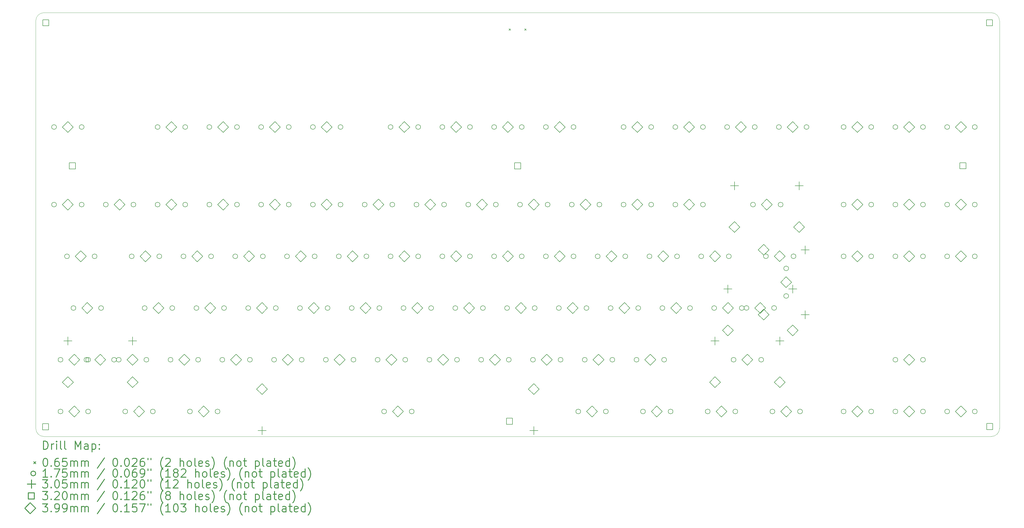
<source format=gbr>
%FSLAX45Y45*%
G04 Gerber Fmt 4.5, Leading zero omitted, Abs format (unit mm)*
G04 Created by KiCad (PCBNEW (5.1.9)-1) date 2021-05-31 01:16:24*
%MOMM*%
%LPD*%
G01*
G04 APERTURE LIST*
%TA.AperFunction,Profile*%
%ADD10C,0.100000*%
%TD*%
%ADD11C,0.200000*%
%ADD12C,0.300000*%
G04 APERTURE END LIST*
D10*
X38952500Y-6268500D02*
X38952500Y-21278500D01*
X38652500Y-5968500D02*
G75*
G02*
X38952500Y-6268500I0J-300000D01*
G01*
X3492500Y-6268500D02*
G75*
G02*
X3792500Y-5968500I300000J0D01*
G01*
X3792500Y-21578500D02*
G75*
G02*
X3492500Y-21278500I0J300000D01*
G01*
X38952500Y-21278500D02*
G75*
G02*
X38652500Y-21578500I-300000J0D01*
G01*
X3792500Y-5968500D02*
X38652500Y-5968500D01*
X3492500Y-21278500D02*
X3492500Y-6268500D01*
X38652500Y-21578500D02*
X3792500Y-21578500D01*
D11*
X20901000Y-6556000D02*
X20966000Y-6621000D01*
X20966000Y-6556000D02*
X20901000Y-6621000D01*
X21479000Y-6556000D02*
X21544000Y-6621000D01*
X21544000Y-6556000D02*
X21479000Y-6621000D01*
X4252000Y-10178500D02*
G75*
G03*
X4252000Y-10178500I-87500J0D01*
G01*
X4252000Y-13036000D02*
G75*
G03*
X4252000Y-13036000I-87500J0D01*
G01*
X4490125Y-18751000D02*
G75*
G03*
X4490125Y-18751000I-87500J0D01*
G01*
X4490125Y-20656000D02*
G75*
G03*
X4490125Y-20656000I-87500J0D01*
G01*
X4728250Y-14941000D02*
G75*
G03*
X4728250Y-14941000I-87500J0D01*
G01*
X4966375Y-16846000D02*
G75*
G03*
X4966375Y-16846000I-87500J0D01*
G01*
X5268000Y-10178500D02*
G75*
G03*
X5268000Y-10178500I-87500J0D01*
G01*
X5268000Y-13036000D02*
G75*
G03*
X5268000Y-13036000I-87500J0D01*
G01*
X5444500Y-18751000D02*
G75*
G03*
X5444500Y-18751000I-87500J0D01*
G01*
X5506125Y-18751000D02*
G75*
G03*
X5506125Y-18751000I-87500J0D01*
G01*
X5506125Y-20656000D02*
G75*
G03*
X5506125Y-20656000I-87500J0D01*
G01*
X5744250Y-14941000D02*
G75*
G03*
X5744250Y-14941000I-87500J0D01*
G01*
X5982375Y-16846000D02*
G75*
G03*
X5982375Y-16846000I-87500J0D01*
G01*
X6157000Y-13036000D02*
G75*
G03*
X6157000Y-13036000I-87500J0D01*
G01*
X6460500Y-18751000D02*
G75*
G03*
X6460500Y-18751000I-87500J0D01*
G01*
X6633250Y-18751000D02*
G75*
G03*
X6633250Y-18751000I-87500J0D01*
G01*
X6871375Y-20656000D02*
G75*
G03*
X6871375Y-20656000I-87500J0D01*
G01*
X7109500Y-14941000D02*
G75*
G03*
X7109500Y-14941000I-87500J0D01*
G01*
X7173000Y-13036000D02*
G75*
G03*
X7173000Y-13036000I-87500J0D01*
G01*
X7585750Y-16846000D02*
G75*
G03*
X7585750Y-16846000I-87500J0D01*
G01*
X7649250Y-18751000D02*
G75*
G03*
X7649250Y-18751000I-87500J0D01*
G01*
X7887375Y-20656000D02*
G75*
G03*
X7887375Y-20656000I-87500J0D01*
G01*
X8062000Y-10178500D02*
G75*
G03*
X8062000Y-10178500I-87500J0D01*
G01*
X8062000Y-13036000D02*
G75*
G03*
X8062000Y-13036000I-87500J0D01*
G01*
X8125500Y-14941000D02*
G75*
G03*
X8125500Y-14941000I-87500J0D01*
G01*
X8538250Y-18751000D02*
G75*
G03*
X8538250Y-18751000I-87500J0D01*
G01*
X8601750Y-16846000D02*
G75*
G03*
X8601750Y-16846000I-87500J0D01*
G01*
X9014500Y-14941000D02*
G75*
G03*
X9014500Y-14941000I-87500J0D01*
G01*
X9078000Y-10178500D02*
G75*
G03*
X9078000Y-10178500I-87500J0D01*
G01*
X9078000Y-13036000D02*
G75*
G03*
X9078000Y-13036000I-87500J0D01*
G01*
X9252625Y-20656000D02*
G75*
G03*
X9252625Y-20656000I-87500J0D01*
G01*
X9490750Y-16846000D02*
G75*
G03*
X9490750Y-16846000I-87500J0D01*
G01*
X9554250Y-18751000D02*
G75*
G03*
X9554250Y-18751000I-87500J0D01*
G01*
X9967000Y-10178500D02*
G75*
G03*
X9967000Y-10178500I-87500J0D01*
G01*
X9967000Y-13036000D02*
G75*
G03*
X9967000Y-13036000I-87500J0D01*
G01*
X10030500Y-14941000D02*
G75*
G03*
X10030500Y-14941000I-87500J0D01*
G01*
X10268625Y-20656000D02*
G75*
G03*
X10268625Y-20656000I-87500J0D01*
G01*
X10443250Y-18751000D02*
G75*
G03*
X10443250Y-18751000I-87500J0D01*
G01*
X10506750Y-16846000D02*
G75*
G03*
X10506750Y-16846000I-87500J0D01*
G01*
X10919500Y-14941000D02*
G75*
G03*
X10919500Y-14941000I-87500J0D01*
G01*
X10983000Y-10178500D02*
G75*
G03*
X10983000Y-10178500I-87500J0D01*
G01*
X10983000Y-13036000D02*
G75*
G03*
X10983000Y-13036000I-87500J0D01*
G01*
X11395750Y-16846000D02*
G75*
G03*
X11395750Y-16846000I-87500J0D01*
G01*
X11459250Y-18751000D02*
G75*
G03*
X11459250Y-18751000I-87500J0D01*
G01*
X11872000Y-10178500D02*
G75*
G03*
X11872000Y-10178500I-87500J0D01*
G01*
X11872000Y-13036000D02*
G75*
G03*
X11872000Y-13036000I-87500J0D01*
G01*
X11935500Y-14941000D02*
G75*
G03*
X11935500Y-14941000I-87500J0D01*
G01*
X12348250Y-18751000D02*
G75*
G03*
X12348250Y-18751000I-87500J0D01*
G01*
X12411750Y-16846000D02*
G75*
G03*
X12411750Y-16846000I-87500J0D01*
G01*
X12824500Y-14941000D02*
G75*
G03*
X12824500Y-14941000I-87500J0D01*
G01*
X12888000Y-10178500D02*
G75*
G03*
X12888000Y-10178500I-87500J0D01*
G01*
X12888000Y-13036000D02*
G75*
G03*
X12888000Y-13036000I-87500J0D01*
G01*
X13300750Y-16846000D02*
G75*
G03*
X13300750Y-16846000I-87500J0D01*
G01*
X13364250Y-18751000D02*
G75*
G03*
X13364250Y-18751000I-87500J0D01*
G01*
X13777000Y-10178500D02*
G75*
G03*
X13777000Y-10178500I-87500J0D01*
G01*
X13777000Y-13036000D02*
G75*
G03*
X13777000Y-13036000I-87500J0D01*
G01*
X13840500Y-14941000D02*
G75*
G03*
X13840500Y-14941000I-87500J0D01*
G01*
X14253250Y-18751000D02*
G75*
G03*
X14253250Y-18751000I-87500J0D01*
G01*
X14316750Y-16846000D02*
G75*
G03*
X14316750Y-16846000I-87500J0D01*
G01*
X14729500Y-14941000D02*
G75*
G03*
X14729500Y-14941000I-87500J0D01*
G01*
X14793000Y-10178500D02*
G75*
G03*
X14793000Y-10178500I-87500J0D01*
G01*
X14793000Y-13036000D02*
G75*
G03*
X14793000Y-13036000I-87500J0D01*
G01*
X15205750Y-16846000D02*
G75*
G03*
X15205750Y-16846000I-87500J0D01*
G01*
X15269250Y-18751000D02*
G75*
G03*
X15269250Y-18751000I-87500J0D01*
G01*
X15682000Y-13036000D02*
G75*
G03*
X15682000Y-13036000I-87500J0D01*
G01*
X15745500Y-14941000D02*
G75*
G03*
X15745500Y-14941000I-87500J0D01*
G01*
X16158250Y-18751000D02*
G75*
G03*
X16158250Y-18751000I-87500J0D01*
G01*
X16221750Y-16846000D02*
G75*
G03*
X16221750Y-16846000I-87500J0D01*
G01*
X16396375Y-20656000D02*
G75*
G03*
X16396375Y-20656000I-87500J0D01*
G01*
X16634500Y-10178500D02*
G75*
G03*
X16634500Y-10178500I-87500J0D01*
G01*
X16634500Y-14941000D02*
G75*
G03*
X16634500Y-14941000I-87500J0D01*
G01*
X16698000Y-13036000D02*
G75*
G03*
X16698000Y-13036000I-87500J0D01*
G01*
X17110750Y-16846000D02*
G75*
G03*
X17110750Y-16846000I-87500J0D01*
G01*
X17174250Y-18751000D02*
G75*
G03*
X17174250Y-18751000I-87500J0D01*
G01*
X17412375Y-20656000D02*
G75*
G03*
X17412375Y-20656000I-87500J0D01*
G01*
X17587000Y-13036000D02*
G75*
G03*
X17587000Y-13036000I-87500J0D01*
G01*
X17650500Y-10178500D02*
G75*
G03*
X17650500Y-10178500I-87500J0D01*
G01*
X17650500Y-14941000D02*
G75*
G03*
X17650500Y-14941000I-87500J0D01*
G01*
X18063250Y-18751000D02*
G75*
G03*
X18063250Y-18751000I-87500J0D01*
G01*
X18126750Y-16846000D02*
G75*
G03*
X18126750Y-16846000I-87500J0D01*
G01*
X18539500Y-10178500D02*
G75*
G03*
X18539500Y-10178500I-87500J0D01*
G01*
X18539500Y-14941000D02*
G75*
G03*
X18539500Y-14941000I-87500J0D01*
G01*
X18603000Y-13036000D02*
G75*
G03*
X18603000Y-13036000I-87500J0D01*
G01*
X19015750Y-16846000D02*
G75*
G03*
X19015750Y-16846000I-87500J0D01*
G01*
X19079250Y-18751000D02*
G75*
G03*
X19079250Y-18751000I-87500J0D01*
G01*
X19492000Y-13036000D02*
G75*
G03*
X19492000Y-13036000I-87500J0D01*
G01*
X19555500Y-10178500D02*
G75*
G03*
X19555500Y-10178500I-87500J0D01*
G01*
X19555500Y-14941000D02*
G75*
G03*
X19555500Y-14941000I-87500J0D01*
G01*
X19968250Y-18751000D02*
G75*
G03*
X19968250Y-18751000I-87500J0D01*
G01*
X20031750Y-16846000D02*
G75*
G03*
X20031750Y-16846000I-87500J0D01*
G01*
X20444500Y-10178500D02*
G75*
G03*
X20444500Y-10178500I-87500J0D01*
G01*
X20444500Y-14941000D02*
G75*
G03*
X20444500Y-14941000I-87500J0D01*
G01*
X20508000Y-13036000D02*
G75*
G03*
X20508000Y-13036000I-87500J0D01*
G01*
X20920750Y-16846000D02*
G75*
G03*
X20920750Y-16846000I-87500J0D01*
G01*
X20984250Y-18751000D02*
G75*
G03*
X20984250Y-18751000I-87500J0D01*
G01*
X21397000Y-13036000D02*
G75*
G03*
X21397000Y-13036000I-87500J0D01*
G01*
X21460500Y-10178500D02*
G75*
G03*
X21460500Y-10178500I-87500J0D01*
G01*
X21460500Y-14941000D02*
G75*
G03*
X21460500Y-14941000I-87500J0D01*
G01*
X21873250Y-18751000D02*
G75*
G03*
X21873250Y-18751000I-87500J0D01*
G01*
X21936750Y-16846000D02*
G75*
G03*
X21936750Y-16846000I-87500J0D01*
G01*
X22349500Y-10178500D02*
G75*
G03*
X22349500Y-10178500I-87500J0D01*
G01*
X22349500Y-14941000D02*
G75*
G03*
X22349500Y-14941000I-87500J0D01*
G01*
X22413000Y-13036000D02*
G75*
G03*
X22413000Y-13036000I-87500J0D01*
G01*
X22825750Y-16846000D02*
G75*
G03*
X22825750Y-16846000I-87500J0D01*
G01*
X22889250Y-18751000D02*
G75*
G03*
X22889250Y-18751000I-87500J0D01*
G01*
X23302000Y-13036000D02*
G75*
G03*
X23302000Y-13036000I-87500J0D01*
G01*
X23365500Y-10178500D02*
G75*
G03*
X23365500Y-10178500I-87500J0D01*
G01*
X23365500Y-14941000D02*
G75*
G03*
X23365500Y-14941000I-87500J0D01*
G01*
X23540125Y-20656000D02*
G75*
G03*
X23540125Y-20656000I-87500J0D01*
G01*
X23778250Y-18751000D02*
G75*
G03*
X23778250Y-18751000I-87500J0D01*
G01*
X23841750Y-16846000D02*
G75*
G03*
X23841750Y-16846000I-87500J0D01*
G01*
X24254500Y-14941000D02*
G75*
G03*
X24254500Y-14941000I-87500J0D01*
G01*
X24318000Y-13036000D02*
G75*
G03*
X24318000Y-13036000I-87500J0D01*
G01*
X24556125Y-20656000D02*
G75*
G03*
X24556125Y-20656000I-87500J0D01*
G01*
X24730750Y-16846000D02*
G75*
G03*
X24730750Y-16846000I-87500J0D01*
G01*
X24794250Y-18751000D02*
G75*
G03*
X24794250Y-18751000I-87500J0D01*
G01*
X25207000Y-10178500D02*
G75*
G03*
X25207000Y-10178500I-87500J0D01*
G01*
X25207000Y-13036000D02*
G75*
G03*
X25207000Y-13036000I-87500J0D01*
G01*
X25270500Y-14941000D02*
G75*
G03*
X25270500Y-14941000I-87500J0D01*
G01*
X25683250Y-18751000D02*
G75*
G03*
X25683250Y-18751000I-87500J0D01*
G01*
X25746750Y-16846000D02*
G75*
G03*
X25746750Y-16846000I-87500J0D01*
G01*
X25921375Y-20656000D02*
G75*
G03*
X25921375Y-20656000I-87500J0D01*
G01*
X26159500Y-14941000D02*
G75*
G03*
X26159500Y-14941000I-87500J0D01*
G01*
X26223000Y-10178500D02*
G75*
G03*
X26223000Y-10178500I-87500J0D01*
G01*
X26223000Y-13036000D02*
G75*
G03*
X26223000Y-13036000I-87500J0D01*
G01*
X26635750Y-16846000D02*
G75*
G03*
X26635750Y-16846000I-87500J0D01*
G01*
X26699250Y-18751000D02*
G75*
G03*
X26699250Y-18751000I-87500J0D01*
G01*
X26937375Y-20656000D02*
G75*
G03*
X26937375Y-20656000I-87500J0D01*
G01*
X27112000Y-10178500D02*
G75*
G03*
X27112000Y-10178500I-87500J0D01*
G01*
X27112000Y-13036000D02*
G75*
G03*
X27112000Y-13036000I-87500J0D01*
G01*
X27175500Y-14941000D02*
G75*
G03*
X27175500Y-14941000I-87500J0D01*
G01*
X27651750Y-16846000D02*
G75*
G03*
X27651750Y-16846000I-87500J0D01*
G01*
X28064500Y-14941000D02*
G75*
G03*
X28064500Y-14941000I-87500J0D01*
G01*
X28128000Y-10178500D02*
G75*
G03*
X28128000Y-10178500I-87500J0D01*
G01*
X28128000Y-13036000D02*
G75*
G03*
X28128000Y-13036000I-87500J0D01*
G01*
X28302625Y-20656000D02*
G75*
G03*
X28302625Y-20656000I-87500J0D01*
G01*
X28540750Y-16846000D02*
G75*
G03*
X28540750Y-16846000I-87500J0D01*
G01*
X29017000Y-10178500D02*
G75*
G03*
X29017000Y-10178500I-87500J0D01*
G01*
X29080500Y-14941000D02*
G75*
G03*
X29080500Y-14941000I-87500J0D01*
G01*
X29255125Y-18751000D02*
G75*
G03*
X29255125Y-18751000I-87500J0D01*
G01*
X29318625Y-20656000D02*
G75*
G03*
X29318625Y-20656000I-87500J0D01*
G01*
X29556750Y-16846000D02*
G75*
G03*
X29556750Y-16846000I-87500J0D01*
G01*
X29729500Y-16843000D02*
G75*
G03*
X29729500Y-16843000I-87500J0D01*
G01*
X29969500Y-13036000D02*
G75*
G03*
X29969500Y-13036000I-87500J0D01*
G01*
X30033000Y-10178500D02*
G75*
G03*
X30033000Y-10178500I-87500J0D01*
G01*
X30271125Y-18751000D02*
G75*
G03*
X30271125Y-18751000I-87500J0D01*
G01*
X30444500Y-14938500D02*
G75*
G03*
X30444500Y-14938500I-87500J0D01*
G01*
X30683875Y-20656000D02*
G75*
G03*
X30683875Y-20656000I-87500J0D01*
G01*
X30745500Y-16843000D02*
G75*
G03*
X30745500Y-16843000I-87500J0D01*
G01*
X30922000Y-10178500D02*
G75*
G03*
X30922000Y-10178500I-87500J0D01*
G01*
X30985500Y-13036000D02*
G75*
G03*
X30985500Y-13036000I-87500J0D01*
G01*
X31190000Y-15385500D02*
G75*
G03*
X31190000Y-15385500I-87500J0D01*
G01*
X31190000Y-16401500D02*
G75*
G03*
X31190000Y-16401500I-87500J0D01*
G01*
X31460500Y-14938500D02*
G75*
G03*
X31460500Y-14938500I-87500J0D01*
G01*
X31699875Y-20656000D02*
G75*
G03*
X31699875Y-20656000I-87500J0D01*
G01*
X31938000Y-10178500D02*
G75*
G03*
X31938000Y-10178500I-87500J0D01*
G01*
X33303250Y-10178500D02*
G75*
G03*
X33303250Y-10178500I-87500J0D01*
G01*
X33303250Y-13036000D02*
G75*
G03*
X33303250Y-13036000I-87500J0D01*
G01*
X33303250Y-14941000D02*
G75*
G03*
X33303250Y-14941000I-87500J0D01*
G01*
X33303250Y-20656000D02*
G75*
G03*
X33303250Y-20656000I-87500J0D01*
G01*
X34319250Y-10178500D02*
G75*
G03*
X34319250Y-10178500I-87500J0D01*
G01*
X34319250Y-13036000D02*
G75*
G03*
X34319250Y-13036000I-87500J0D01*
G01*
X34319250Y-14941000D02*
G75*
G03*
X34319250Y-14941000I-87500J0D01*
G01*
X34319250Y-20656000D02*
G75*
G03*
X34319250Y-20656000I-87500J0D01*
G01*
X35208250Y-10178500D02*
G75*
G03*
X35208250Y-10178500I-87500J0D01*
G01*
X35208250Y-13036000D02*
G75*
G03*
X35208250Y-13036000I-87500J0D01*
G01*
X35208250Y-14941000D02*
G75*
G03*
X35208250Y-14941000I-87500J0D01*
G01*
X35208250Y-18751000D02*
G75*
G03*
X35208250Y-18751000I-87500J0D01*
G01*
X35208250Y-20656000D02*
G75*
G03*
X35208250Y-20656000I-87500J0D01*
G01*
X36224250Y-10178500D02*
G75*
G03*
X36224250Y-10178500I-87500J0D01*
G01*
X36224250Y-13036000D02*
G75*
G03*
X36224250Y-13036000I-87500J0D01*
G01*
X36224250Y-14941000D02*
G75*
G03*
X36224250Y-14941000I-87500J0D01*
G01*
X36224250Y-18751000D02*
G75*
G03*
X36224250Y-18751000I-87500J0D01*
G01*
X36224250Y-20656000D02*
G75*
G03*
X36224250Y-20656000I-87500J0D01*
G01*
X37113250Y-10178500D02*
G75*
G03*
X37113250Y-10178500I-87500J0D01*
G01*
X37113250Y-13036000D02*
G75*
G03*
X37113250Y-13036000I-87500J0D01*
G01*
X37113250Y-14941000D02*
G75*
G03*
X37113250Y-14941000I-87500J0D01*
G01*
X37113250Y-20656000D02*
G75*
G03*
X37113250Y-20656000I-87500J0D01*
G01*
X38129250Y-10178500D02*
G75*
G03*
X38129250Y-10178500I-87500J0D01*
G01*
X38129250Y-13036000D02*
G75*
G03*
X38129250Y-13036000I-87500J0D01*
G01*
X38129250Y-14941000D02*
G75*
G03*
X38129250Y-14941000I-87500J0D01*
G01*
X38129250Y-20656000D02*
G75*
G03*
X38129250Y-20656000I-87500J0D01*
G01*
X4674375Y-17900100D02*
X4674375Y-18204900D01*
X4521975Y-18052500D02*
X4826775Y-18052500D01*
X7055625Y-17900100D02*
X7055625Y-18204900D01*
X6903225Y-18052500D02*
X7208025Y-18052500D01*
X11816885Y-21202100D02*
X11816885Y-21506900D01*
X11664485Y-21354500D02*
X11969285Y-21354500D01*
X21816865Y-21202100D02*
X21816865Y-21506900D01*
X21664465Y-21354500D02*
X21969265Y-21354500D01*
X28485000Y-17900100D02*
X28485000Y-18204900D01*
X28332600Y-18052500D02*
X28637400Y-18052500D01*
X28959375Y-15992100D02*
X28959375Y-16296900D01*
X28806975Y-16144500D02*
X29111775Y-16144500D01*
X29199375Y-12185100D02*
X29199375Y-12489900D01*
X29046975Y-12337500D02*
X29351775Y-12337500D01*
X30866250Y-17900100D02*
X30866250Y-18204900D01*
X30713850Y-18052500D02*
X31018650Y-18052500D01*
X31340625Y-15992100D02*
X31340625Y-16296900D01*
X31188225Y-16144500D02*
X31493025Y-16144500D01*
X31580625Y-12185100D02*
X31580625Y-12489900D01*
X31428225Y-12337500D02*
X31733025Y-12337500D01*
X31801000Y-14547300D02*
X31801000Y-14852100D01*
X31648600Y-14699700D02*
X31953400Y-14699700D01*
X31801000Y-16934900D02*
X31801000Y-17239700D01*
X31648600Y-17087300D02*
X31953400Y-17087300D01*
X3965638Y-21331638D02*
X3965638Y-21105362D01*
X3739362Y-21105362D01*
X3739362Y-21331638D01*
X3965638Y-21331638D01*
X3975638Y-6451638D02*
X3975638Y-6225362D01*
X3749362Y-6225362D01*
X3749362Y-6451638D01*
X3975638Y-6451638D01*
X4950638Y-11721638D02*
X4950638Y-11495362D01*
X4724362Y-11495362D01*
X4724362Y-11721638D01*
X4950638Y-11721638D01*
X21035638Y-21131638D02*
X21035638Y-20905362D01*
X20809362Y-20905362D01*
X20809362Y-21131638D01*
X21035638Y-21131638D01*
X21335638Y-11721638D02*
X21335638Y-11495362D01*
X21109362Y-11495362D01*
X21109362Y-11721638D01*
X21335638Y-11721638D01*
X37720638Y-11719138D02*
X37720638Y-11492862D01*
X37494362Y-11492862D01*
X37494362Y-11719138D01*
X37720638Y-11719138D01*
X38695638Y-6451638D02*
X38695638Y-6225362D01*
X38469362Y-6225362D01*
X38469362Y-6451638D01*
X38695638Y-6451638D01*
X38705638Y-21321638D02*
X38705638Y-21095362D01*
X38479362Y-21095362D01*
X38479362Y-21321638D01*
X38705638Y-21321638D01*
X4672500Y-10377890D02*
X4871890Y-10178500D01*
X4672500Y-9979110D01*
X4473110Y-10178500D01*
X4672500Y-10377890D01*
X4672500Y-13235390D02*
X4871890Y-13036000D01*
X4672500Y-12836610D01*
X4473110Y-13036000D01*
X4672500Y-13235390D01*
X4674375Y-19775890D02*
X4873765Y-19576500D01*
X4674375Y-19377110D01*
X4474985Y-19576500D01*
X4674375Y-19775890D01*
X4910625Y-18950390D02*
X5110015Y-18751000D01*
X4910625Y-18551610D01*
X4711235Y-18751000D01*
X4910625Y-18950390D01*
X4910625Y-20855390D02*
X5110015Y-20656000D01*
X4910625Y-20456610D01*
X4711235Y-20656000D01*
X4910625Y-20855390D01*
X5148750Y-15140390D02*
X5348140Y-14941000D01*
X5148750Y-14741610D01*
X4949360Y-14941000D01*
X5148750Y-15140390D01*
X5386875Y-17045390D02*
X5586265Y-16846000D01*
X5386875Y-16646610D01*
X5187485Y-16846000D01*
X5386875Y-17045390D01*
X5865000Y-18950390D02*
X6064390Y-18751000D01*
X5865000Y-18551610D01*
X5665610Y-18751000D01*
X5865000Y-18950390D01*
X6577500Y-13235390D02*
X6776890Y-13036000D01*
X6577500Y-12836610D01*
X6378110Y-13036000D01*
X6577500Y-13235390D01*
X7053750Y-18950390D02*
X7253140Y-18751000D01*
X7053750Y-18551610D01*
X6854360Y-18751000D01*
X7053750Y-18950390D01*
X7055625Y-19775890D02*
X7255015Y-19576500D01*
X7055625Y-19377110D01*
X6856235Y-19576500D01*
X7055625Y-19775890D01*
X7291875Y-20855390D02*
X7491265Y-20656000D01*
X7291875Y-20456610D01*
X7092485Y-20656000D01*
X7291875Y-20855390D01*
X7530000Y-15140390D02*
X7729390Y-14941000D01*
X7530000Y-14741610D01*
X7330610Y-14941000D01*
X7530000Y-15140390D01*
X8006250Y-17045390D02*
X8205640Y-16846000D01*
X8006250Y-16646610D01*
X7806860Y-16846000D01*
X8006250Y-17045390D01*
X8482500Y-10377890D02*
X8681890Y-10178500D01*
X8482500Y-9979110D01*
X8283110Y-10178500D01*
X8482500Y-10377890D01*
X8482500Y-13235390D02*
X8681890Y-13036000D01*
X8482500Y-12836610D01*
X8283110Y-13036000D01*
X8482500Y-13235390D01*
X8958750Y-18950390D02*
X9158140Y-18751000D01*
X8958750Y-18551610D01*
X8759360Y-18751000D01*
X8958750Y-18950390D01*
X9435000Y-15140390D02*
X9634390Y-14941000D01*
X9435000Y-14741610D01*
X9235610Y-14941000D01*
X9435000Y-15140390D01*
X9673125Y-20855390D02*
X9872515Y-20656000D01*
X9673125Y-20456610D01*
X9473735Y-20656000D01*
X9673125Y-20855390D01*
X9911250Y-17045390D02*
X10110640Y-16846000D01*
X9911250Y-16646610D01*
X9711860Y-16846000D01*
X9911250Y-17045390D01*
X10387500Y-10377890D02*
X10586890Y-10178500D01*
X10387500Y-9979110D01*
X10188110Y-10178500D01*
X10387500Y-10377890D01*
X10387500Y-13235390D02*
X10586890Y-13036000D01*
X10387500Y-12836610D01*
X10188110Y-13036000D01*
X10387500Y-13235390D01*
X10863750Y-18950390D02*
X11063140Y-18751000D01*
X10863750Y-18551610D01*
X10664360Y-18751000D01*
X10863750Y-18950390D01*
X11340000Y-15140390D02*
X11539390Y-14941000D01*
X11340000Y-14741610D01*
X11140610Y-14941000D01*
X11340000Y-15140390D01*
X11816250Y-17045390D02*
X12015640Y-16846000D01*
X11816250Y-16646610D01*
X11616860Y-16846000D01*
X11816250Y-17045390D01*
X11816885Y-20029890D02*
X12016275Y-19830500D01*
X11816885Y-19631110D01*
X11617495Y-19830500D01*
X11816885Y-20029890D01*
X12292500Y-10377890D02*
X12491890Y-10178500D01*
X12292500Y-9979110D01*
X12093110Y-10178500D01*
X12292500Y-10377890D01*
X12292500Y-13235390D02*
X12491890Y-13036000D01*
X12292500Y-12836610D01*
X12093110Y-13036000D01*
X12292500Y-13235390D01*
X12768750Y-18950390D02*
X12968140Y-18751000D01*
X12768750Y-18551610D01*
X12569360Y-18751000D01*
X12768750Y-18950390D01*
X13245000Y-15140390D02*
X13444390Y-14941000D01*
X13245000Y-14741610D01*
X13045610Y-14941000D01*
X13245000Y-15140390D01*
X13721250Y-17045390D02*
X13920640Y-16846000D01*
X13721250Y-16646610D01*
X13521860Y-16846000D01*
X13721250Y-17045390D01*
X14197500Y-10377890D02*
X14396890Y-10178500D01*
X14197500Y-9979110D01*
X13998110Y-10178500D01*
X14197500Y-10377890D01*
X14197500Y-13235390D02*
X14396890Y-13036000D01*
X14197500Y-12836610D01*
X13998110Y-13036000D01*
X14197500Y-13235390D01*
X14673750Y-18950390D02*
X14873140Y-18751000D01*
X14673750Y-18551610D01*
X14474360Y-18751000D01*
X14673750Y-18950390D01*
X15150000Y-15140390D02*
X15349390Y-14941000D01*
X15150000Y-14741610D01*
X14950610Y-14941000D01*
X15150000Y-15140390D01*
X15626250Y-17045390D02*
X15825640Y-16846000D01*
X15626250Y-16646610D01*
X15426860Y-16846000D01*
X15626250Y-17045390D01*
X16102500Y-13235390D02*
X16301890Y-13036000D01*
X16102500Y-12836610D01*
X15903110Y-13036000D01*
X16102500Y-13235390D01*
X16578750Y-18950390D02*
X16778140Y-18751000D01*
X16578750Y-18551610D01*
X16379360Y-18751000D01*
X16578750Y-18950390D01*
X16816875Y-20855390D02*
X17016265Y-20656000D01*
X16816875Y-20456610D01*
X16617485Y-20656000D01*
X16816875Y-20855390D01*
X17055000Y-10377890D02*
X17254390Y-10178500D01*
X17055000Y-9979110D01*
X16855610Y-10178500D01*
X17055000Y-10377890D01*
X17055000Y-15140390D02*
X17254390Y-14941000D01*
X17055000Y-14741610D01*
X16855610Y-14941000D01*
X17055000Y-15140390D01*
X17531250Y-17045390D02*
X17730640Y-16846000D01*
X17531250Y-16646610D01*
X17331860Y-16846000D01*
X17531250Y-17045390D01*
X18007500Y-13235390D02*
X18206890Y-13036000D01*
X18007500Y-12836610D01*
X17808110Y-13036000D01*
X18007500Y-13235390D01*
X18483750Y-18950390D02*
X18683140Y-18751000D01*
X18483750Y-18551610D01*
X18284360Y-18751000D01*
X18483750Y-18950390D01*
X18960000Y-10377890D02*
X19159390Y-10178500D01*
X18960000Y-9979110D01*
X18760610Y-10178500D01*
X18960000Y-10377890D01*
X18960000Y-15140390D02*
X19159390Y-14941000D01*
X18960000Y-14741610D01*
X18760610Y-14941000D01*
X18960000Y-15140390D01*
X19436250Y-17045390D02*
X19635640Y-16846000D01*
X19436250Y-16646610D01*
X19236860Y-16846000D01*
X19436250Y-17045390D01*
X19912500Y-13235390D02*
X20111890Y-13036000D01*
X19912500Y-12836610D01*
X19713110Y-13036000D01*
X19912500Y-13235390D01*
X20388750Y-18950390D02*
X20588140Y-18751000D01*
X20388750Y-18551610D01*
X20189360Y-18751000D01*
X20388750Y-18950390D01*
X20865000Y-10377890D02*
X21064390Y-10178500D01*
X20865000Y-9979110D01*
X20665610Y-10178500D01*
X20865000Y-10377890D01*
X20865000Y-15140390D02*
X21064390Y-14941000D01*
X20865000Y-14741610D01*
X20665610Y-14941000D01*
X20865000Y-15140390D01*
X21341250Y-17045390D02*
X21540640Y-16846000D01*
X21341250Y-16646610D01*
X21141860Y-16846000D01*
X21341250Y-17045390D01*
X21816865Y-20029890D02*
X22016255Y-19830500D01*
X21816865Y-19631110D01*
X21617475Y-19830500D01*
X21816865Y-20029890D01*
X21817500Y-13235390D02*
X22016890Y-13036000D01*
X21817500Y-12836610D01*
X21618110Y-13036000D01*
X21817500Y-13235390D01*
X22293750Y-18950390D02*
X22493140Y-18751000D01*
X22293750Y-18551610D01*
X22094360Y-18751000D01*
X22293750Y-18950390D01*
X22770000Y-10377890D02*
X22969390Y-10178500D01*
X22770000Y-9979110D01*
X22570610Y-10178500D01*
X22770000Y-10377890D01*
X22770000Y-15140390D02*
X22969390Y-14941000D01*
X22770000Y-14741610D01*
X22570610Y-14941000D01*
X22770000Y-15140390D01*
X23246250Y-17045390D02*
X23445640Y-16846000D01*
X23246250Y-16646610D01*
X23046860Y-16846000D01*
X23246250Y-17045390D01*
X23722500Y-13235390D02*
X23921890Y-13036000D01*
X23722500Y-12836610D01*
X23523110Y-13036000D01*
X23722500Y-13235390D01*
X23960625Y-20855390D02*
X24160015Y-20656000D01*
X23960625Y-20456610D01*
X23761235Y-20656000D01*
X23960625Y-20855390D01*
X24198750Y-18950390D02*
X24398140Y-18751000D01*
X24198750Y-18551610D01*
X23999360Y-18751000D01*
X24198750Y-18950390D01*
X24675000Y-15140390D02*
X24874390Y-14941000D01*
X24675000Y-14741610D01*
X24475610Y-14941000D01*
X24675000Y-15140390D01*
X25151250Y-17045390D02*
X25350640Y-16846000D01*
X25151250Y-16646610D01*
X24951860Y-16846000D01*
X25151250Y-17045390D01*
X25627500Y-10377890D02*
X25826890Y-10178500D01*
X25627500Y-9979110D01*
X25428110Y-10178500D01*
X25627500Y-10377890D01*
X25627500Y-13235390D02*
X25826890Y-13036000D01*
X25627500Y-12836610D01*
X25428110Y-13036000D01*
X25627500Y-13235390D01*
X26103750Y-18950390D02*
X26303140Y-18751000D01*
X26103750Y-18551610D01*
X25904360Y-18751000D01*
X26103750Y-18950390D01*
X26341875Y-20855390D02*
X26541265Y-20656000D01*
X26341875Y-20456610D01*
X26142485Y-20656000D01*
X26341875Y-20855390D01*
X26580000Y-15140390D02*
X26779390Y-14941000D01*
X26580000Y-14741610D01*
X26380610Y-14941000D01*
X26580000Y-15140390D01*
X27056250Y-17045390D02*
X27255640Y-16846000D01*
X27056250Y-16646610D01*
X26856860Y-16846000D01*
X27056250Y-17045390D01*
X27532500Y-10377890D02*
X27731890Y-10178500D01*
X27532500Y-9979110D01*
X27333110Y-10178500D01*
X27532500Y-10377890D01*
X27532500Y-13235390D02*
X27731890Y-13036000D01*
X27532500Y-12836610D01*
X27333110Y-13036000D01*
X27532500Y-13235390D01*
X28485000Y-15140390D02*
X28684390Y-14941000D01*
X28485000Y-14741610D01*
X28285610Y-14941000D01*
X28485000Y-15140390D01*
X28485000Y-19775890D02*
X28684390Y-19576500D01*
X28485000Y-19377110D01*
X28285610Y-19576500D01*
X28485000Y-19775890D01*
X28723125Y-20855390D02*
X28922515Y-20656000D01*
X28723125Y-20456610D01*
X28523735Y-20656000D01*
X28723125Y-20855390D01*
X28959375Y-17867890D02*
X29158765Y-17668500D01*
X28959375Y-17469110D01*
X28759985Y-17668500D01*
X28959375Y-17867890D01*
X28961250Y-17045390D02*
X29160640Y-16846000D01*
X28961250Y-16646610D01*
X28761860Y-16846000D01*
X28961250Y-17045390D01*
X29199375Y-14060890D02*
X29398765Y-13861500D01*
X29199375Y-13662110D01*
X28999985Y-13861500D01*
X29199375Y-14060890D01*
X29437500Y-10377890D02*
X29636890Y-10178500D01*
X29437500Y-9979110D01*
X29238110Y-10178500D01*
X29437500Y-10377890D01*
X29675625Y-18950390D02*
X29875015Y-18751000D01*
X29675625Y-18551610D01*
X29476235Y-18751000D01*
X29675625Y-18950390D01*
X30150000Y-17042390D02*
X30349390Y-16843000D01*
X30150000Y-16643610D01*
X29950610Y-16843000D01*
X30150000Y-17042390D01*
X30277000Y-14899090D02*
X30476390Y-14699700D01*
X30277000Y-14500310D01*
X30077610Y-14699700D01*
X30277000Y-14899090D01*
X30277000Y-17286690D02*
X30476390Y-17087300D01*
X30277000Y-16887910D01*
X30077610Y-17087300D01*
X30277000Y-17286690D01*
X30390000Y-13235390D02*
X30589390Y-13036000D01*
X30390000Y-12836610D01*
X30190610Y-13036000D01*
X30390000Y-13235390D01*
X30865000Y-15137890D02*
X31064390Y-14938500D01*
X30865000Y-14739110D01*
X30665610Y-14938500D01*
X30865000Y-15137890D01*
X30866250Y-19775890D02*
X31065640Y-19576500D01*
X30866250Y-19377110D01*
X30666860Y-19576500D01*
X30866250Y-19775890D01*
X31102500Y-16092890D02*
X31301890Y-15893500D01*
X31102500Y-15694110D01*
X30903110Y-15893500D01*
X31102500Y-16092890D01*
X31104375Y-20855390D02*
X31303765Y-20656000D01*
X31104375Y-20456610D01*
X30904985Y-20656000D01*
X31104375Y-20855390D01*
X31340625Y-17867890D02*
X31540015Y-17668500D01*
X31340625Y-17469110D01*
X31141235Y-17668500D01*
X31340625Y-17867890D01*
X31342500Y-10377890D02*
X31541890Y-10178500D01*
X31342500Y-9979110D01*
X31143110Y-10178500D01*
X31342500Y-10377890D01*
X31580625Y-14060890D02*
X31780015Y-13861500D01*
X31580625Y-13662110D01*
X31381235Y-13861500D01*
X31580625Y-14060890D01*
X33723750Y-10377890D02*
X33923140Y-10178500D01*
X33723750Y-9979110D01*
X33524360Y-10178500D01*
X33723750Y-10377890D01*
X33723750Y-13235390D02*
X33923140Y-13036000D01*
X33723750Y-12836610D01*
X33524360Y-13036000D01*
X33723750Y-13235390D01*
X33723750Y-15140390D02*
X33923140Y-14941000D01*
X33723750Y-14741610D01*
X33524360Y-14941000D01*
X33723750Y-15140390D01*
X33723750Y-20855390D02*
X33923140Y-20656000D01*
X33723750Y-20456610D01*
X33524360Y-20656000D01*
X33723750Y-20855390D01*
X35628750Y-10377890D02*
X35828140Y-10178500D01*
X35628750Y-9979110D01*
X35429360Y-10178500D01*
X35628750Y-10377890D01*
X35628750Y-13235390D02*
X35828140Y-13036000D01*
X35628750Y-12836610D01*
X35429360Y-13036000D01*
X35628750Y-13235390D01*
X35628750Y-15140390D02*
X35828140Y-14941000D01*
X35628750Y-14741610D01*
X35429360Y-14941000D01*
X35628750Y-15140390D01*
X35628750Y-18950390D02*
X35828140Y-18751000D01*
X35628750Y-18551610D01*
X35429360Y-18751000D01*
X35628750Y-18950390D01*
X35628750Y-20855390D02*
X35828140Y-20656000D01*
X35628750Y-20456610D01*
X35429360Y-20656000D01*
X35628750Y-20855390D01*
X37533750Y-10377890D02*
X37733140Y-10178500D01*
X37533750Y-9979110D01*
X37334360Y-10178500D01*
X37533750Y-10377890D01*
X37533750Y-13235390D02*
X37733140Y-13036000D01*
X37533750Y-12836610D01*
X37334360Y-13036000D01*
X37533750Y-13235390D01*
X37533750Y-15140390D02*
X37733140Y-14941000D01*
X37533750Y-14741610D01*
X37334360Y-14941000D01*
X37533750Y-15140390D01*
X37533750Y-20855390D02*
X37733140Y-20656000D01*
X37533750Y-20456610D01*
X37334360Y-20656000D01*
X37533750Y-20855390D01*
D12*
X3773928Y-22049214D02*
X3773928Y-21749214D01*
X3845357Y-21749214D01*
X3888214Y-21763500D01*
X3916786Y-21792072D01*
X3931071Y-21820643D01*
X3945357Y-21877786D01*
X3945357Y-21920643D01*
X3931071Y-21977786D01*
X3916786Y-22006357D01*
X3888214Y-22034929D01*
X3845357Y-22049214D01*
X3773928Y-22049214D01*
X4073928Y-22049214D02*
X4073928Y-21849214D01*
X4073928Y-21906357D02*
X4088214Y-21877786D01*
X4102500Y-21863500D01*
X4131071Y-21849214D01*
X4159643Y-21849214D01*
X4259643Y-22049214D02*
X4259643Y-21849214D01*
X4259643Y-21749214D02*
X4245357Y-21763500D01*
X4259643Y-21777786D01*
X4273928Y-21763500D01*
X4259643Y-21749214D01*
X4259643Y-21777786D01*
X4445357Y-22049214D02*
X4416786Y-22034929D01*
X4402500Y-22006357D01*
X4402500Y-21749214D01*
X4602500Y-22049214D02*
X4573928Y-22034929D01*
X4559643Y-22006357D01*
X4559643Y-21749214D01*
X4945357Y-22049214D02*
X4945357Y-21749214D01*
X5045357Y-21963500D01*
X5145357Y-21749214D01*
X5145357Y-22049214D01*
X5416786Y-22049214D02*
X5416786Y-21892072D01*
X5402500Y-21863500D01*
X5373928Y-21849214D01*
X5316786Y-21849214D01*
X5288214Y-21863500D01*
X5416786Y-22034929D02*
X5388214Y-22049214D01*
X5316786Y-22049214D01*
X5288214Y-22034929D01*
X5273928Y-22006357D01*
X5273928Y-21977786D01*
X5288214Y-21949214D01*
X5316786Y-21934929D01*
X5388214Y-21934929D01*
X5416786Y-21920643D01*
X5559643Y-21849214D02*
X5559643Y-22149214D01*
X5559643Y-21863500D02*
X5588214Y-21849214D01*
X5645357Y-21849214D01*
X5673928Y-21863500D01*
X5688214Y-21877786D01*
X5702500Y-21906357D01*
X5702500Y-21992072D01*
X5688214Y-22020643D01*
X5673928Y-22034929D01*
X5645357Y-22049214D01*
X5588214Y-22049214D01*
X5559643Y-22034929D01*
X5831071Y-22020643D02*
X5845357Y-22034929D01*
X5831071Y-22049214D01*
X5816786Y-22034929D01*
X5831071Y-22020643D01*
X5831071Y-22049214D01*
X5831071Y-21863500D02*
X5845357Y-21877786D01*
X5831071Y-21892072D01*
X5816786Y-21877786D01*
X5831071Y-21863500D01*
X5831071Y-21892072D01*
X3422500Y-22511000D02*
X3487500Y-22576000D01*
X3487500Y-22511000D02*
X3422500Y-22576000D01*
X3831071Y-22379214D02*
X3859643Y-22379214D01*
X3888214Y-22393500D01*
X3902500Y-22407786D01*
X3916786Y-22436357D01*
X3931071Y-22493500D01*
X3931071Y-22564929D01*
X3916786Y-22622071D01*
X3902500Y-22650643D01*
X3888214Y-22664929D01*
X3859643Y-22679214D01*
X3831071Y-22679214D01*
X3802500Y-22664929D01*
X3788214Y-22650643D01*
X3773928Y-22622071D01*
X3759643Y-22564929D01*
X3759643Y-22493500D01*
X3773928Y-22436357D01*
X3788214Y-22407786D01*
X3802500Y-22393500D01*
X3831071Y-22379214D01*
X4059643Y-22650643D02*
X4073928Y-22664929D01*
X4059643Y-22679214D01*
X4045357Y-22664929D01*
X4059643Y-22650643D01*
X4059643Y-22679214D01*
X4331071Y-22379214D02*
X4273928Y-22379214D01*
X4245357Y-22393500D01*
X4231071Y-22407786D01*
X4202500Y-22450643D01*
X4188214Y-22507786D01*
X4188214Y-22622071D01*
X4202500Y-22650643D01*
X4216786Y-22664929D01*
X4245357Y-22679214D01*
X4302500Y-22679214D01*
X4331071Y-22664929D01*
X4345357Y-22650643D01*
X4359643Y-22622071D01*
X4359643Y-22550643D01*
X4345357Y-22522071D01*
X4331071Y-22507786D01*
X4302500Y-22493500D01*
X4245357Y-22493500D01*
X4216786Y-22507786D01*
X4202500Y-22522071D01*
X4188214Y-22550643D01*
X4631071Y-22379214D02*
X4488214Y-22379214D01*
X4473928Y-22522071D01*
X4488214Y-22507786D01*
X4516786Y-22493500D01*
X4588214Y-22493500D01*
X4616786Y-22507786D01*
X4631071Y-22522071D01*
X4645357Y-22550643D01*
X4645357Y-22622071D01*
X4631071Y-22650643D01*
X4616786Y-22664929D01*
X4588214Y-22679214D01*
X4516786Y-22679214D01*
X4488214Y-22664929D01*
X4473928Y-22650643D01*
X4773928Y-22679214D02*
X4773928Y-22479214D01*
X4773928Y-22507786D02*
X4788214Y-22493500D01*
X4816786Y-22479214D01*
X4859643Y-22479214D01*
X4888214Y-22493500D01*
X4902500Y-22522071D01*
X4902500Y-22679214D01*
X4902500Y-22522071D02*
X4916786Y-22493500D01*
X4945357Y-22479214D01*
X4988214Y-22479214D01*
X5016786Y-22493500D01*
X5031071Y-22522071D01*
X5031071Y-22679214D01*
X5173928Y-22679214D02*
X5173928Y-22479214D01*
X5173928Y-22507786D02*
X5188214Y-22493500D01*
X5216786Y-22479214D01*
X5259643Y-22479214D01*
X5288214Y-22493500D01*
X5302500Y-22522071D01*
X5302500Y-22679214D01*
X5302500Y-22522071D02*
X5316786Y-22493500D01*
X5345357Y-22479214D01*
X5388214Y-22479214D01*
X5416786Y-22493500D01*
X5431071Y-22522071D01*
X5431071Y-22679214D01*
X6016786Y-22364929D02*
X5759643Y-22750643D01*
X6402500Y-22379214D02*
X6431071Y-22379214D01*
X6459643Y-22393500D01*
X6473928Y-22407786D01*
X6488214Y-22436357D01*
X6502500Y-22493500D01*
X6502500Y-22564929D01*
X6488214Y-22622071D01*
X6473928Y-22650643D01*
X6459643Y-22664929D01*
X6431071Y-22679214D01*
X6402500Y-22679214D01*
X6373928Y-22664929D01*
X6359643Y-22650643D01*
X6345357Y-22622071D01*
X6331071Y-22564929D01*
X6331071Y-22493500D01*
X6345357Y-22436357D01*
X6359643Y-22407786D01*
X6373928Y-22393500D01*
X6402500Y-22379214D01*
X6631071Y-22650643D02*
X6645357Y-22664929D01*
X6631071Y-22679214D01*
X6616786Y-22664929D01*
X6631071Y-22650643D01*
X6631071Y-22679214D01*
X6831071Y-22379214D02*
X6859643Y-22379214D01*
X6888214Y-22393500D01*
X6902500Y-22407786D01*
X6916786Y-22436357D01*
X6931071Y-22493500D01*
X6931071Y-22564929D01*
X6916786Y-22622071D01*
X6902500Y-22650643D01*
X6888214Y-22664929D01*
X6859643Y-22679214D01*
X6831071Y-22679214D01*
X6802500Y-22664929D01*
X6788214Y-22650643D01*
X6773928Y-22622071D01*
X6759643Y-22564929D01*
X6759643Y-22493500D01*
X6773928Y-22436357D01*
X6788214Y-22407786D01*
X6802500Y-22393500D01*
X6831071Y-22379214D01*
X7045357Y-22407786D02*
X7059643Y-22393500D01*
X7088214Y-22379214D01*
X7159643Y-22379214D01*
X7188214Y-22393500D01*
X7202500Y-22407786D01*
X7216786Y-22436357D01*
X7216786Y-22464929D01*
X7202500Y-22507786D01*
X7031071Y-22679214D01*
X7216786Y-22679214D01*
X7473928Y-22379214D02*
X7416786Y-22379214D01*
X7388214Y-22393500D01*
X7373928Y-22407786D01*
X7345357Y-22450643D01*
X7331071Y-22507786D01*
X7331071Y-22622071D01*
X7345357Y-22650643D01*
X7359643Y-22664929D01*
X7388214Y-22679214D01*
X7445357Y-22679214D01*
X7473928Y-22664929D01*
X7488214Y-22650643D01*
X7502500Y-22622071D01*
X7502500Y-22550643D01*
X7488214Y-22522071D01*
X7473928Y-22507786D01*
X7445357Y-22493500D01*
X7388214Y-22493500D01*
X7359643Y-22507786D01*
X7345357Y-22522071D01*
X7331071Y-22550643D01*
X7616786Y-22379214D02*
X7616786Y-22436357D01*
X7731071Y-22379214D02*
X7731071Y-22436357D01*
X8173928Y-22793500D02*
X8159643Y-22779214D01*
X8131071Y-22736357D01*
X8116786Y-22707786D01*
X8102500Y-22664929D01*
X8088214Y-22593500D01*
X8088214Y-22536357D01*
X8102500Y-22464929D01*
X8116786Y-22422071D01*
X8131071Y-22393500D01*
X8159643Y-22350643D01*
X8173928Y-22336357D01*
X8273928Y-22407786D02*
X8288214Y-22393500D01*
X8316786Y-22379214D01*
X8388214Y-22379214D01*
X8416786Y-22393500D01*
X8431071Y-22407786D01*
X8445357Y-22436357D01*
X8445357Y-22464929D01*
X8431071Y-22507786D01*
X8259643Y-22679214D01*
X8445357Y-22679214D01*
X8802500Y-22679214D02*
X8802500Y-22379214D01*
X8931071Y-22679214D02*
X8931071Y-22522071D01*
X8916786Y-22493500D01*
X8888214Y-22479214D01*
X8845357Y-22479214D01*
X8816786Y-22493500D01*
X8802500Y-22507786D01*
X9116786Y-22679214D02*
X9088214Y-22664929D01*
X9073928Y-22650643D01*
X9059643Y-22622071D01*
X9059643Y-22536357D01*
X9073928Y-22507786D01*
X9088214Y-22493500D01*
X9116786Y-22479214D01*
X9159643Y-22479214D01*
X9188214Y-22493500D01*
X9202500Y-22507786D01*
X9216786Y-22536357D01*
X9216786Y-22622071D01*
X9202500Y-22650643D01*
X9188214Y-22664929D01*
X9159643Y-22679214D01*
X9116786Y-22679214D01*
X9388214Y-22679214D02*
X9359643Y-22664929D01*
X9345357Y-22636357D01*
X9345357Y-22379214D01*
X9616786Y-22664929D02*
X9588214Y-22679214D01*
X9531071Y-22679214D01*
X9502500Y-22664929D01*
X9488214Y-22636357D01*
X9488214Y-22522071D01*
X9502500Y-22493500D01*
X9531071Y-22479214D01*
X9588214Y-22479214D01*
X9616786Y-22493500D01*
X9631071Y-22522071D01*
X9631071Y-22550643D01*
X9488214Y-22579214D01*
X9745357Y-22664929D02*
X9773928Y-22679214D01*
X9831071Y-22679214D01*
X9859643Y-22664929D01*
X9873928Y-22636357D01*
X9873928Y-22622071D01*
X9859643Y-22593500D01*
X9831071Y-22579214D01*
X9788214Y-22579214D01*
X9759643Y-22564929D01*
X9745357Y-22536357D01*
X9745357Y-22522071D01*
X9759643Y-22493500D01*
X9788214Y-22479214D01*
X9831071Y-22479214D01*
X9859643Y-22493500D01*
X9973928Y-22793500D02*
X9988214Y-22779214D01*
X10016786Y-22736357D01*
X10031071Y-22707786D01*
X10045357Y-22664929D01*
X10059643Y-22593500D01*
X10059643Y-22536357D01*
X10045357Y-22464929D01*
X10031071Y-22422071D01*
X10016786Y-22393500D01*
X9988214Y-22350643D01*
X9973928Y-22336357D01*
X10516786Y-22793500D02*
X10502500Y-22779214D01*
X10473928Y-22736357D01*
X10459643Y-22707786D01*
X10445357Y-22664929D01*
X10431071Y-22593500D01*
X10431071Y-22536357D01*
X10445357Y-22464929D01*
X10459643Y-22422071D01*
X10473928Y-22393500D01*
X10502500Y-22350643D01*
X10516786Y-22336357D01*
X10631071Y-22479214D02*
X10631071Y-22679214D01*
X10631071Y-22507786D02*
X10645357Y-22493500D01*
X10673928Y-22479214D01*
X10716786Y-22479214D01*
X10745357Y-22493500D01*
X10759643Y-22522071D01*
X10759643Y-22679214D01*
X10945357Y-22679214D02*
X10916786Y-22664929D01*
X10902500Y-22650643D01*
X10888214Y-22622071D01*
X10888214Y-22536357D01*
X10902500Y-22507786D01*
X10916786Y-22493500D01*
X10945357Y-22479214D01*
X10988214Y-22479214D01*
X11016786Y-22493500D01*
X11031071Y-22507786D01*
X11045357Y-22536357D01*
X11045357Y-22622071D01*
X11031071Y-22650643D01*
X11016786Y-22664929D01*
X10988214Y-22679214D01*
X10945357Y-22679214D01*
X11131071Y-22479214D02*
X11245357Y-22479214D01*
X11173928Y-22379214D02*
X11173928Y-22636357D01*
X11188214Y-22664929D01*
X11216786Y-22679214D01*
X11245357Y-22679214D01*
X11573928Y-22479214D02*
X11573928Y-22779214D01*
X11573928Y-22493500D02*
X11602500Y-22479214D01*
X11659643Y-22479214D01*
X11688214Y-22493500D01*
X11702500Y-22507786D01*
X11716786Y-22536357D01*
X11716786Y-22622071D01*
X11702500Y-22650643D01*
X11688214Y-22664929D01*
X11659643Y-22679214D01*
X11602500Y-22679214D01*
X11573928Y-22664929D01*
X11888214Y-22679214D02*
X11859643Y-22664929D01*
X11845357Y-22636357D01*
X11845357Y-22379214D01*
X12131071Y-22679214D02*
X12131071Y-22522071D01*
X12116786Y-22493500D01*
X12088214Y-22479214D01*
X12031071Y-22479214D01*
X12002500Y-22493500D01*
X12131071Y-22664929D02*
X12102500Y-22679214D01*
X12031071Y-22679214D01*
X12002500Y-22664929D01*
X11988214Y-22636357D01*
X11988214Y-22607786D01*
X12002500Y-22579214D01*
X12031071Y-22564929D01*
X12102500Y-22564929D01*
X12131071Y-22550643D01*
X12231071Y-22479214D02*
X12345357Y-22479214D01*
X12273928Y-22379214D02*
X12273928Y-22636357D01*
X12288214Y-22664929D01*
X12316786Y-22679214D01*
X12345357Y-22679214D01*
X12559643Y-22664929D02*
X12531071Y-22679214D01*
X12473928Y-22679214D01*
X12445357Y-22664929D01*
X12431071Y-22636357D01*
X12431071Y-22522071D01*
X12445357Y-22493500D01*
X12473928Y-22479214D01*
X12531071Y-22479214D01*
X12559643Y-22493500D01*
X12573928Y-22522071D01*
X12573928Y-22550643D01*
X12431071Y-22579214D01*
X12831071Y-22679214D02*
X12831071Y-22379214D01*
X12831071Y-22664929D02*
X12802500Y-22679214D01*
X12745357Y-22679214D01*
X12716786Y-22664929D01*
X12702500Y-22650643D01*
X12688214Y-22622071D01*
X12688214Y-22536357D01*
X12702500Y-22507786D01*
X12716786Y-22493500D01*
X12745357Y-22479214D01*
X12802500Y-22479214D01*
X12831071Y-22493500D01*
X12945357Y-22793500D02*
X12959643Y-22779214D01*
X12988214Y-22736357D01*
X13002500Y-22707786D01*
X13016786Y-22664929D01*
X13031071Y-22593500D01*
X13031071Y-22536357D01*
X13016786Y-22464929D01*
X13002500Y-22422071D01*
X12988214Y-22393500D01*
X12959643Y-22350643D01*
X12945357Y-22336357D01*
X3487500Y-22939500D02*
G75*
G03*
X3487500Y-22939500I-87500J0D01*
G01*
X3931071Y-23075214D02*
X3759643Y-23075214D01*
X3845357Y-23075214D02*
X3845357Y-22775214D01*
X3816786Y-22818071D01*
X3788214Y-22846643D01*
X3759643Y-22860929D01*
X4059643Y-23046643D02*
X4073928Y-23060929D01*
X4059643Y-23075214D01*
X4045357Y-23060929D01*
X4059643Y-23046643D01*
X4059643Y-23075214D01*
X4173928Y-22775214D02*
X4373928Y-22775214D01*
X4245357Y-23075214D01*
X4631071Y-22775214D02*
X4488214Y-22775214D01*
X4473928Y-22918071D01*
X4488214Y-22903786D01*
X4516786Y-22889500D01*
X4588214Y-22889500D01*
X4616786Y-22903786D01*
X4631071Y-22918071D01*
X4645357Y-22946643D01*
X4645357Y-23018071D01*
X4631071Y-23046643D01*
X4616786Y-23060929D01*
X4588214Y-23075214D01*
X4516786Y-23075214D01*
X4488214Y-23060929D01*
X4473928Y-23046643D01*
X4773928Y-23075214D02*
X4773928Y-22875214D01*
X4773928Y-22903786D02*
X4788214Y-22889500D01*
X4816786Y-22875214D01*
X4859643Y-22875214D01*
X4888214Y-22889500D01*
X4902500Y-22918071D01*
X4902500Y-23075214D01*
X4902500Y-22918071D02*
X4916786Y-22889500D01*
X4945357Y-22875214D01*
X4988214Y-22875214D01*
X5016786Y-22889500D01*
X5031071Y-22918071D01*
X5031071Y-23075214D01*
X5173928Y-23075214D02*
X5173928Y-22875214D01*
X5173928Y-22903786D02*
X5188214Y-22889500D01*
X5216786Y-22875214D01*
X5259643Y-22875214D01*
X5288214Y-22889500D01*
X5302500Y-22918071D01*
X5302500Y-23075214D01*
X5302500Y-22918071D02*
X5316786Y-22889500D01*
X5345357Y-22875214D01*
X5388214Y-22875214D01*
X5416786Y-22889500D01*
X5431071Y-22918071D01*
X5431071Y-23075214D01*
X6016786Y-22760929D02*
X5759643Y-23146643D01*
X6402500Y-22775214D02*
X6431071Y-22775214D01*
X6459643Y-22789500D01*
X6473928Y-22803786D01*
X6488214Y-22832357D01*
X6502500Y-22889500D01*
X6502500Y-22960929D01*
X6488214Y-23018071D01*
X6473928Y-23046643D01*
X6459643Y-23060929D01*
X6431071Y-23075214D01*
X6402500Y-23075214D01*
X6373928Y-23060929D01*
X6359643Y-23046643D01*
X6345357Y-23018071D01*
X6331071Y-22960929D01*
X6331071Y-22889500D01*
X6345357Y-22832357D01*
X6359643Y-22803786D01*
X6373928Y-22789500D01*
X6402500Y-22775214D01*
X6631071Y-23046643D02*
X6645357Y-23060929D01*
X6631071Y-23075214D01*
X6616786Y-23060929D01*
X6631071Y-23046643D01*
X6631071Y-23075214D01*
X6831071Y-22775214D02*
X6859643Y-22775214D01*
X6888214Y-22789500D01*
X6902500Y-22803786D01*
X6916786Y-22832357D01*
X6931071Y-22889500D01*
X6931071Y-22960929D01*
X6916786Y-23018071D01*
X6902500Y-23046643D01*
X6888214Y-23060929D01*
X6859643Y-23075214D01*
X6831071Y-23075214D01*
X6802500Y-23060929D01*
X6788214Y-23046643D01*
X6773928Y-23018071D01*
X6759643Y-22960929D01*
X6759643Y-22889500D01*
X6773928Y-22832357D01*
X6788214Y-22803786D01*
X6802500Y-22789500D01*
X6831071Y-22775214D01*
X7188214Y-22775214D02*
X7131071Y-22775214D01*
X7102500Y-22789500D01*
X7088214Y-22803786D01*
X7059643Y-22846643D01*
X7045357Y-22903786D01*
X7045357Y-23018071D01*
X7059643Y-23046643D01*
X7073928Y-23060929D01*
X7102500Y-23075214D01*
X7159643Y-23075214D01*
X7188214Y-23060929D01*
X7202500Y-23046643D01*
X7216786Y-23018071D01*
X7216786Y-22946643D01*
X7202500Y-22918071D01*
X7188214Y-22903786D01*
X7159643Y-22889500D01*
X7102500Y-22889500D01*
X7073928Y-22903786D01*
X7059643Y-22918071D01*
X7045357Y-22946643D01*
X7359643Y-23075214D02*
X7416786Y-23075214D01*
X7445357Y-23060929D01*
X7459643Y-23046643D01*
X7488214Y-23003786D01*
X7502500Y-22946643D01*
X7502500Y-22832357D01*
X7488214Y-22803786D01*
X7473928Y-22789500D01*
X7445357Y-22775214D01*
X7388214Y-22775214D01*
X7359643Y-22789500D01*
X7345357Y-22803786D01*
X7331071Y-22832357D01*
X7331071Y-22903786D01*
X7345357Y-22932357D01*
X7359643Y-22946643D01*
X7388214Y-22960929D01*
X7445357Y-22960929D01*
X7473928Y-22946643D01*
X7488214Y-22932357D01*
X7502500Y-22903786D01*
X7616786Y-22775214D02*
X7616786Y-22832357D01*
X7731071Y-22775214D02*
X7731071Y-22832357D01*
X8173928Y-23189500D02*
X8159643Y-23175214D01*
X8131071Y-23132357D01*
X8116786Y-23103786D01*
X8102500Y-23060929D01*
X8088214Y-22989500D01*
X8088214Y-22932357D01*
X8102500Y-22860929D01*
X8116786Y-22818071D01*
X8131071Y-22789500D01*
X8159643Y-22746643D01*
X8173928Y-22732357D01*
X8445357Y-23075214D02*
X8273928Y-23075214D01*
X8359643Y-23075214D02*
X8359643Y-22775214D01*
X8331071Y-22818071D01*
X8302500Y-22846643D01*
X8273928Y-22860929D01*
X8616786Y-22903786D02*
X8588214Y-22889500D01*
X8573928Y-22875214D01*
X8559643Y-22846643D01*
X8559643Y-22832357D01*
X8573928Y-22803786D01*
X8588214Y-22789500D01*
X8616786Y-22775214D01*
X8673928Y-22775214D01*
X8702500Y-22789500D01*
X8716786Y-22803786D01*
X8731071Y-22832357D01*
X8731071Y-22846643D01*
X8716786Y-22875214D01*
X8702500Y-22889500D01*
X8673928Y-22903786D01*
X8616786Y-22903786D01*
X8588214Y-22918071D01*
X8573928Y-22932357D01*
X8559643Y-22960929D01*
X8559643Y-23018071D01*
X8573928Y-23046643D01*
X8588214Y-23060929D01*
X8616786Y-23075214D01*
X8673928Y-23075214D01*
X8702500Y-23060929D01*
X8716786Y-23046643D01*
X8731071Y-23018071D01*
X8731071Y-22960929D01*
X8716786Y-22932357D01*
X8702500Y-22918071D01*
X8673928Y-22903786D01*
X8845357Y-22803786D02*
X8859643Y-22789500D01*
X8888214Y-22775214D01*
X8959643Y-22775214D01*
X8988214Y-22789500D01*
X9002500Y-22803786D01*
X9016786Y-22832357D01*
X9016786Y-22860929D01*
X9002500Y-22903786D01*
X8831071Y-23075214D01*
X9016786Y-23075214D01*
X9373928Y-23075214D02*
X9373928Y-22775214D01*
X9502500Y-23075214D02*
X9502500Y-22918071D01*
X9488214Y-22889500D01*
X9459643Y-22875214D01*
X9416786Y-22875214D01*
X9388214Y-22889500D01*
X9373928Y-22903786D01*
X9688214Y-23075214D02*
X9659643Y-23060929D01*
X9645357Y-23046643D01*
X9631071Y-23018071D01*
X9631071Y-22932357D01*
X9645357Y-22903786D01*
X9659643Y-22889500D01*
X9688214Y-22875214D01*
X9731071Y-22875214D01*
X9759643Y-22889500D01*
X9773928Y-22903786D01*
X9788214Y-22932357D01*
X9788214Y-23018071D01*
X9773928Y-23046643D01*
X9759643Y-23060929D01*
X9731071Y-23075214D01*
X9688214Y-23075214D01*
X9959643Y-23075214D02*
X9931071Y-23060929D01*
X9916786Y-23032357D01*
X9916786Y-22775214D01*
X10188214Y-23060929D02*
X10159643Y-23075214D01*
X10102500Y-23075214D01*
X10073928Y-23060929D01*
X10059643Y-23032357D01*
X10059643Y-22918071D01*
X10073928Y-22889500D01*
X10102500Y-22875214D01*
X10159643Y-22875214D01*
X10188214Y-22889500D01*
X10202500Y-22918071D01*
X10202500Y-22946643D01*
X10059643Y-22975214D01*
X10316786Y-23060929D02*
X10345357Y-23075214D01*
X10402500Y-23075214D01*
X10431071Y-23060929D01*
X10445357Y-23032357D01*
X10445357Y-23018071D01*
X10431071Y-22989500D01*
X10402500Y-22975214D01*
X10359643Y-22975214D01*
X10331071Y-22960929D01*
X10316786Y-22932357D01*
X10316786Y-22918071D01*
X10331071Y-22889500D01*
X10359643Y-22875214D01*
X10402500Y-22875214D01*
X10431071Y-22889500D01*
X10545357Y-23189500D02*
X10559643Y-23175214D01*
X10588214Y-23132357D01*
X10602500Y-23103786D01*
X10616786Y-23060929D01*
X10631071Y-22989500D01*
X10631071Y-22932357D01*
X10616786Y-22860929D01*
X10602500Y-22818071D01*
X10588214Y-22789500D01*
X10559643Y-22746643D01*
X10545357Y-22732357D01*
X11088214Y-23189500D02*
X11073928Y-23175214D01*
X11045357Y-23132357D01*
X11031071Y-23103786D01*
X11016786Y-23060929D01*
X11002500Y-22989500D01*
X11002500Y-22932357D01*
X11016786Y-22860929D01*
X11031071Y-22818071D01*
X11045357Y-22789500D01*
X11073928Y-22746643D01*
X11088214Y-22732357D01*
X11202500Y-22875214D02*
X11202500Y-23075214D01*
X11202500Y-22903786D02*
X11216786Y-22889500D01*
X11245357Y-22875214D01*
X11288214Y-22875214D01*
X11316786Y-22889500D01*
X11331071Y-22918071D01*
X11331071Y-23075214D01*
X11516786Y-23075214D02*
X11488214Y-23060929D01*
X11473928Y-23046643D01*
X11459643Y-23018071D01*
X11459643Y-22932357D01*
X11473928Y-22903786D01*
X11488214Y-22889500D01*
X11516786Y-22875214D01*
X11559643Y-22875214D01*
X11588214Y-22889500D01*
X11602500Y-22903786D01*
X11616786Y-22932357D01*
X11616786Y-23018071D01*
X11602500Y-23046643D01*
X11588214Y-23060929D01*
X11559643Y-23075214D01*
X11516786Y-23075214D01*
X11702500Y-22875214D02*
X11816786Y-22875214D01*
X11745357Y-22775214D02*
X11745357Y-23032357D01*
X11759643Y-23060929D01*
X11788214Y-23075214D01*
X11816786Y-23075214D01*
X12145357Y-22875214D02*
X12145357Y-23175214D01*
X12145357Y-22889500D02*
X12173928Y-22875214D01*
X12231071Y-22875214D01*
X12259643Y-22889500D01*
X12273928Y-22903786D01*
X12288214Y-22932357D01*
X12288214Y-23018071D01*
X12273928Y-23046643D01*
X12259643Y-23060929D01*
X12231071Y-23075214D01*
X12173928Y-23075214D01*
X12145357Y-23060929D01*
X12459643Y-23075214D02*
X12431071Y-23060929D01*
X12416786Y-23032357D01*
X12416786Y-22775214D01*
X12702500Y-23075214D02*
X12702500Y-22918071D01*
X12688214Y-22889500D01*
X12659643Y-22875214D01*
X12602500Y-22875214D01*
X12573928Y-22889500D01*
X12702500Y-23060929D02*
X12673928Y-23075214D01*
X12602500Y-23075214D01*
X12573928Y-23060929D01*
X12559643Y-23032357D01*
X12559643Y-23003786D01*
X12573928Y-22975214D01*
X12602500Y-22960929D01*
X12673928Y-22960929D01*
X12702500Y-22946643D01*
X12802500Y-22875214D02*
X12916786Y-22875214D01*
X12845357Y-22775214D02*
X12845357Y-23032357D01*
X12859643Y-23060929D01*
X12888214Y-23075214D01*
X12916786Y-23075214D01*
X13131071Y-23060929D02*
X13102500Y-23075214D01*
X13045357Y-23075214D01*
X13016786Y-23060929D01*
X13002500Y-23032357D01*
X13002500Y-22918071D01*
X13016786Y-22889500D01*
X13045357Y-22875214D01*
X13102500Y-22875214D01*
X13131071Y-22889500D01*
X13145357Y-22918071D01*
X13145357Y-22946643D01*
X13002500Y-22975214D01*
X13402500Y-23075214D02*
X13402500Y-22775214D01*
X13402500Y-23060929D02*
X13373928Y-23075214D01*
X13316786Y-23075214D01*
X13288214Y-23060929D01*
X13273928Y-23046643D01*
X13259643Y-23018071D01*
X13259643Y-22932357D01*
X13273928Y-22903786D01*
X13288214Y-22889500D01*
X13316786Y-22875214D01*
X13373928Y-22875214D01*
X13402500Y-22889500D01*
X13516786Y-23189500D02*
X13531071Y-23175214D01*
X13559643Y-23132357D01*
X13573928Y-23103786D01*
X13588214Y-23060929D01*
X13602500Y-22989500D01*
X13602500Y-22932357D01*
X13588214Y-22860929D01*
X13573928Y-22818071D01*
X13559643Y-22789500D01*
X13531071Y-22746643D01*
X13516786Y-22732357D01*
X3335100Y-23183100D02*
X3335100Y-23487900D01*
X3182700Y-23335500D02*
X3487500Y-23335500D01*
X3745357Y-23171214D02*
X3931071Y-23171214D01*
X3831071Y-23285500D01*
X3873928Y-23285500D01*
X3902500Y-23299786D01*
X3916786Y-23314071D01*
X3931071Y-23342643D01*
X3931071Y-23414071D01*
X3916786Y-23442643D01*
X3902500Y-23456929D01*
X3873928Y-23471214D01*
X3788214Y-23471214D01*
X3759643Y-23456929D01*
X3745357Y-23442643D01*
X4059643Y-23442643D02*
X4073928Y-23456929D01*
X4059643Y-23471214D01*
X4045357Y-23456929D01*
X4059643Y-23442643D01*
X4059643Y-23471214D01*
X4259643Y-23171214D02*
X4288214Y-23171214D01*
X4316786Y-23185500D01*
X4331071Y-23199786D01*
X4345357Y-23228357D01*
X4359643Y-23285500D01*
X4359643Y-23356929D01*
X4345357Y-23414071D01*
X4331071Y-23442643D01*
X4316786Y-23456929D01*
X4288214Y-23471214D01*
X4259643Y-23471214D01*
X4231071Y-23456929D01*
X4216786Y-23442643D01*
X4202500Y-23414071D01*
X4188214Y-23356929D01*
X4188214Y-23285500D01*
X4202500Y-23228357D01*
X4216786Y-23199786D01*
X4231071Y-23185500D01*
X4259643Y-23171214D01*
X4631071Y-23171214D02*
X4488214Y-23171214D01*
X4473928Y-23314071D01*
X4488214Y-23299786D01*
X4516786Y-23285500D01*
X4588214Y-23285500D01*
X4616786Y-23299786D01*
X4631071Y-23314071D01*
X4645357Y-23342643D01*
X4645357Y-23414071D01*
X4631071Y-23442643D01*
X4616786Y-23456929D01*
X4588214Y-23471214D01*
X4516786Y-23471214D01*
X4488214Y-23456929D01*
X4473928Y-23442643D01*
X4773928Y-23471214D02*
X4773928Y-23271214D01*
X4773928Y-23299786D02*
X4788214Y-23285500D01*
X4816786Y-23271214D01*
X4859643Y-23271214D01*
X4888214Y-23285500D01*
X4902500Y-23314071D01*
X4902500Y-23471214D01*
X4902500Y-23314071D02*
X4916786Y-23285500D01*
X4945357Y-23271214D01*
X4988214Y-23271214D01*
X5016786Y-23285500D01*
X5031071Y-23314071D01*
X5031071Y-23471214D01*
X5173928Y-23471214D02*
X5173928Y-23271214D01*
X5173928Y-23299786D02*
X5188214Y-23285500D01*
X5216786Y-23271214D01*
X5259643Y-23271214D01*
X5288214Y-23285500D01*
X5302500Y-23314071D01*
X5302500Y-23471214D01*
X5302500Y-23314071D02*
X5316786Y-23285500D01*
X5345357Y-23271214D01*
X5388214Y-23271214D01*
X5416786Y-23285500D01*
X5431071Y-23314071D01*
X5431071Y-23471214D01*
X6016786Y-23156929D02*
X5759643Y-23542643D01*
X6402500Y-23171214D02*
X6431071Y-23171214D01*
X6459643Y-23185500D01*
X6473928Y-23199786D01*
X6488214Y-23228357D01*
X6502500Y-23285500D01*
X6502500Y-23356929D01*
X6488214Y-23414071D01*
X6473928Y-23442643D01*
X6459643Y-23456929D01*
X6431071Y-23471214D01*
X6402500Y-23471214D01*
X6373928Y-23456929D01*
X6359643Y-23442643D01*
X6345357Y-23414071D01*
X6331071Y-23356929D01*
X6331071Y-23285500D01*
X6345357Y-23228357D01*
X6359643Y-23199786D01*
X6373928Y-23185500D01*
X6402500Y-23171214D01*
X6631071Y-23442643D02*
X6645357Y-23456929D01*
X6631071Y-23471214D01*
X6616786Y-23456929D01*
X6631071Y-23442643D01*
X6631071Y-23471214D01*
X6931071Y-23471214D02*
X6759643Y-23471214D01*
X6845357Y-23471214D02*
X6845357Y-23171214D01*
X6816786Y-23214071D01*
X6788214Y-23242643D01*
X6759643Y-23256929D01*
X7045357Y-23199786D02*
X7059643Y-23185500D01*
X7088214Y-23171214D01*
X7159643Y-23171214D01*
X7188214Y-23185500D01*
X7202500Y-23199786D01*
X7216786Y-23228357D01*
X7216786Y-23256929D01*
X7202500Y-23299786D01*
X7031071Y-23471214D01*
X7216786Y-23471214D01*
X7402500Y-23171214D02*
X7431071Y-23171214D01*
X7459643Y-23185500D01*
X7473928Y-23199786D01*
X7488214Y-23228357D01*
X7502500Y-23285500D01*
X7502500Y-23356929D01*
X7488214Y-23414071D01*
X7473928Y-23442643D01*
X7459643Y-23456929D01*
X7431071Y-23471214D01*
X7402500Y-23471214D01*
X7373928Y-23456929D01*
X7359643Y-23442643D01*
X7345357Y-23414071D01*
X7331071Y-23356929D01*
X7331071Y-23285500D01*
X7345357Y-23228357D01*
X7359643Y-23199786D01*
X7373928Y-23185500D01*
X7402500Y-23171214D01*
X7616786Y-23171214D02*
X7616786Y-23228357D01*
X7731071Y-23171214D02*
X7731071Y-23228357D01*
X8173928Y-23585500D02*
X8159643Y-23571214D01*
X8131071Y-23528357D01*
X8116786Y-23499786D01*
X8102500Y-23456929D01*
X8088214Y-23385500D01*
X8088214Y-23328357D01*
X8102500Y-23256929D01*
X8116786Y-23214071D01*
X8131071Y-23185500D01*
X8159643Y-23142643D01*
X8173928Y-23128357D01*
X8445357Y-23471214D02*
X8273928Y-23471214D01*
X8359643Y-23471214D02*
X8359643Y-23171214D01*
X8331071Y-23214071D01*
X8302500Y-23242643D01*
X8273928Y-23256929D01*
X8559643Y-23199786D02*
X8573928Y-23185500D01*
X8602500Y-23171214D01*
X8673928Y-23171214D01*
X8702500Y-23185500D01*
X8716786Y-23199786D01*
X8731071Y-23228357D01*
X8731071Y-23256929D01*
X8716786Y-23299786D01*
X8545357Y-23471214D01*
X8731071Y-23471214D01*
X9088214Y-23471214D02*
X9088214Y-23171214D01*
X9216786Y-23471214D02*
X9216786Y-23314071D01*
X9202500Y-23285500D01*
X9173928Y-23271214D01*
X9131071Y-23271214D01*
X9102500Y-23285500D01*
X9088214Y-23299786D01*
X9402500Y-23471214D02*
X9373928Y-23456929D01*
X9359643Y-23442643D01*
X9345357Y-23414071D01*
X9345357Y-23328357D01*
X9359643Y-23299786D01*
X9373928Y-23285500D01*
X9402500Y-23271214D01*
X9445357Y-23271214D01*
X9473928Y-23285500D01*
X9488214Y-23299786D01*
X9502500Y-23328357D01*
X9502500Y-23414071D01*
X9488214Y-23442643D01*
X9473928Y-23456929D01*
X9445357Y-23471214D01*
X9402500Y-23471214D01*
X9673928Y-23471214D02*
X9645357Y-23456929D01*
X9631071Y-23428357D01*
X9631071Y-23171214D01*
X9902500Y-23456929D02*
X9873928Y-23471214D01*
X9816786Y-23471214D01*
X9788214Y-23456929D01*
X9773928Y-23428357D01*
X9773928Y-23314071D01*
X9788214Y-23285500D01*
X9816786Y-23271214D01*
X9873928Y-23271214D01*
X9902500Y-23285500D01*
X9916786Y-23314071D01*
X9916786Y-23342643D01*
X9773928Y-23371214D01*
X10031071Y-23456929D02*
X10059643Y-23471214D01*
X10116786Y-23471214D01*
X10145357Y-23456929D01*
X10159643Y-23428357D01*
X10159643Y-23414071D01*
X10145357Y-23385500D01*
X10116786Y-23371214D01*
X10073928Y-23371214D01*
X10045357Y-23356929D01*
X10031071Y-23328357D01*
X10031071Y-23314071D01*
X10045357Y-23285500D01*
X10073928Y-23271214D01*
X10116786Y-23271214D01*
X10145357Y-23285500D01*
X10259643Y-23585500D02*
X10273928Y-23571214D01*
X10302500Y-23528357D01*
X10316786Y-23499786D01*
X10331071Y-23456929D01*
X10345357Y-23385500D01*
X10345357Y-23328357D01*
X10331071Y-23256929D01*
X10316786Y-23214071D01*
X10302500Y-23185500D01*
X10273928Y-23142643D01*
X10259643Y-23128357D01*
X10802500Y-23585500D02*
X10788214Y-23571214D01*
X10759643Y-23528357D01*
X10745357Y-23499786D01*
X10731071Y-23456929D01*
X10716786Y-23385500D01*
X10716786Y-23328357D01*
X10731071Y-23256929D01*
X10745357Y-23214071D01*
X10759643Y-23185500D01*
X10788214Y-23142643D01*
X10802500Y-23128357D01*
X10916786Y-23271214D02*
X10916786Y-23471214D01*
X10916786Y-23299786D02*
X10931071Y-23285500D01*
X10959643Y-23271214D01*
X11002500Y-23271214D01*
X11031071Y-23285500D01*
X11045357Y-23314071D01*
X11045357Y-23471214D01*
X11231071Y-23471214D02*
X11202500Y-23456929D01*
X11188214Y-23442643D01*
X11173928Y-23414071D01*
X11173928Y-23328357D01*
X11188214Y-23299786D01*
X11202500Y-23285500D01*
X11231071Y-23271214D01*
X11273928Y-23271214D01*
X11302500Y-23285500D01*
X11316786Y-23299786D01*
X11331071Y-23328357D01*
X11331071Y-23414071D01*
X11316786Y-23442643D01*
X11302500Y-23456929D01*
X11273928Y-23471214D01*
X11231071Y-23471214D01*
X11416786Y-23271214D02*
X11531071Y-23271214D01*
X11459643Y-23171214D02*
X11459643Y-23428357D01*
X11473928Y-23456929D01*
X11502500Y-23471214D01*
X11531071Y-23471214D01*
X11859643Y-23271214D02*
X11859643Y-23571214D01*
X11859643Y-23285500D02*
X11888214Y-23271214D01*
X11945357Y-23271214D01*
X11973928Y-23285500D01*
X11988214Y-23299786D01*
X12002500Y-23328357D01*
X12002500Y-23414071D01*
X11988214Y-23442643D01*
X11973928Y-23456929D01*
X11945357Y-23471214D01*
X11888214Y-23471214D01*
X11859643Y-23456929D01*
X12173928Y-23471214D02*
X12145357Y-23456929D01*
X12131071Y-23428357D01*
X12131071Y-23171214D01*
X12416786Y-23471214D02*
X12416786Y-23314071D01*
X12402500Y-23285500D01*
X12373928Y-23271214D01*
X12316786Y-23271214D01*
X12288214Y-23285500D01*
X12416786Y-23456929D02*
X12388214Y-23471214D01*
X12316786Y-23471214D01*
X12288214Y-23456929D01*
X12273928Y-23428357D01*
X12273928Y-23399786D01*
X12288214Y-23371214D01*
X12316786Y-23356929D01*
X12388214Y-23356929D01*
X12416786Y-23342643D01*
X12516786Y-23271214D02*
X12631071Y-23271214D01*
X12559643Y-23171214D02*
X12559643Y-23428357D01*
X12573928Y-23456929D01*
X12602500Y-23471214D01*
X12631071Y-23471214D01*
X12845357Y-23456929D02*
X12816786Y-23471214D01*
X12759643Y-23471214D01*
X12731071Y-23456929D01*
X12716786Y-23428357D01*
X12716786Y-23314071D01*
X12731071Y-23285500D01*
X12759643Y-23271214D01*
X12816786Y-23271214D01*
X12845357Y-23285500D01*
X12859643Y-23314071D01*
X12859643Y-23342643D01*
X12716786Y-23371214D01*
X13116786Y-23471214D02*
X13116786Y-23171214D01*
X13116786Y-23456929D02*
X13088214Y-23471214D01*
X13031071Y-23471214D01*
X13002500Y-23456929D01*
X12988214Y-23442643D01*
X12973928Y-23414071D01*
X12973928Y-23328357D01*
X12988214Y-23299786D01*
X13002500Y-23285500D01*
X13031071Y-23271214D01*
X13088214Y-23271214D01*
X13116786Y-23285500D01*
X13231071Y-23585500D02*
X13245357Y-23571214D01*
X13273928Y-23528357D01*
X13288214Y-23499786D01*
X13302500Y-23456929D01*
X13316786Y-23385500D01*
X13316786Y-23328357D01*
X13302500Y-23256929D01*
X13288214Y-23214071D01*
X13273928Y-23185500D01*
X13245357Y-23142643D01*
X13231071Y-23128357D01*
X3440638Y-23883438D02*
X3440638Y-23657162D01*
X3214362Y-23657162D01*
X3214362Y-23883438D01*
X3440638Y-23883438D01*
X3745357Y-23606014D02*
X3931071Y-23606014D01*
X3831071Y-23720300D01*
X3873928Y-23720300D01*
X3902500Y-23734586D01*
X3916786Y-23748871D01*
X3931071Y-23777443D01*
X3931071Y-23848871D01*
X3916786Y-23877443D01*
X3902500Y-23891729D01*
X3873928Y-23906014D01*
X3788214Y-23906014D01*
X3759643Y-23891729D01*
X3745357Y-23877443D01*
X4059643Y-23877443D02*
X4073928Y-23891729D01*
X4059643Y-23906014D01*
X4045357Y-23891729D01*
X4059643Y-23877443D01*
X4059643Y-23906014D01*
X4188214Y-23634586D02*
X4202500Y-23620300D01*
X4231071Y-23606014D01*
X4302500Y-23606014D01*
X4331071Y-23620300D01*
X4345357Y-23634586D01*
X4359643Y-23663157D01*
X4359643Y-23691729D01*
X4345357Y-23734586D01*
X4173928Y-23906014D01*
X4359643Y-23906014D01*
X4545357Y-23606014D02*
X4573928Y-23606014D01*
X4602500Y-23620300D01*
X4616786Y-23634586D01*
X4631071Y-23663157D01*
X4645357Y-23720300D01*
X4645357Y-23791729D01*
X4631071Y-23848871D01*
X4616786Y-23877443D01*
X4602500Y-23891729D01*
X4573928Y-23906014D01*
X4545357Y-23906014D01*
X4516786Y-23891729D01*
X4502500Y-23877443D01*
X4488214Y-23848871D01*
X4473928Y-23791729D01*
X4473928Y-23720300D01*
X4488214Y-23663157D01*
X4502500Y-23634586D01*
X4516786Y-23620300D01*
X4545357Y-23606014D01*
X4773928Y-23906014D02*
X4773928Y-23706014D01*
X4773928Y-23734586D02*
X4788214Y-23720300D01*
X4816786Y-23706014D01*
X4859643Y-23706014D01*
X4888214Y-23720300D01*
X4902500Y-23748871D01*
X4902500Y-23906014D01*
X4902500Y-23748871D02*
X4916786Y-23720300D01*
X4945357Y-23706014D01*
X4988214Y-23706014D01*
X5016786Y-23720300D01*
X5031071Y-23748871D01*
X5031071Y-23906014D01*
X5173928Y-23906014D02*
X5173928Y-23706014D01*
X5173928Y-23734586D02*
X5188214Y-23720300D01*
X5216786Y-23706014D01*
X5259643Y-23706014D01*
X5288214Y-23720300D01*
X5302500Y-23748871D01*
X5302500Y-23906014D01*
X5302500Y-23748871D02*
X5316786Y-23720300D01*
X5345357Y-23706014D01*
X5388214Y-23706014D01*
X5416786Y-23720300D01*
X5431071Y-23748871D01*
X5431071Y-23906014D01*
X6016786Y-23591729D02*
X5759643Y-23977443D01*
X6402500Y-23606014D02*
X6431071Y-23606014D01*
X6459643Y-23620300D01*
X6473928Y-23634586D01*
X6488214Y-23663157D01*
X6502500Y-23720300D01*
X6502500Y-23791729D01*
X6488214Y-23848871D01*
X6473928Y-23877443D01*
X6459643Y-23891729D01*
X6431071Y-23906014D01*
X6402500Y-23906014D01*
X6373928Y-23891729D01*
X6359643Y-23877443D01*
X6345357Y-23848871D01*
X6331071Y-23791729D01*
X6331071Y-23720300D01*
X6345357Y-23663157D01*
X6359643Y-23634586D01*
X6373928Y-23620300D01*
X6402500Y-23606014D01*
X6631071Y-23877443D02*
X6645357Y-23891729D01*
X6631071Y-23906014D01*
X6616786Y-23891729D01*
X6631071Y-23877443D01*
X6631071Y-23906014D01*
X6931071Y-23906014D02*
X6759643Y-23906014D01*
X6845357Y-23906014D02*
X6845357Y-23606014D01*
X6816786Y-23648871D01*
X6788214Y-23677443D01*
X6759643Y-23691729D01*
X7045357Y-23634586D02*
X7059643Y-23620300D01*
X7088214Y-23606014D01*
X7159643Y-23606014D01*
X7188214Y-23620300D01*
X7202500Y-23634586D01*
X7216786Y-23663157D01*
X7216786Y-23691729D01*
X7202500Y-23734586D01*
X7031071Y-23906014D01*
X7216786Y-23906014D01*
X7473928Y-23606014D02*
X7416786Y-23606014D01*
X7388214Y-23620300D01*
X7373928Y-23634586D01*
X7345357Y-23677443D01*
X7331071Y-23734586D01*
X7331071Y-23848871D01*
X7345357Y-23877443D01*
X7359643Y-23891729D01*
X7388214Y-23906014D01*
X7445357Y-23906014D01*
X7473928Y-23891729D01*
X7488214Y-23877443D01*
X7502500Y-23848871D01*
X7502500Y-23777443D01*
X7488214Y-23748871D01*
X7473928Y-23734586D01*
X7445357Y-23720300D01*
X7388214Y-23720300D01*
X7359643Y-23734586D01*
X7345357Y-23748871D01*
X7331071Y-23777443D01*
X7616786Y-23606014D02*
X7616786Y-23663157D01*
X7731071Y-23606014D02*
X7731071Y-23663157D01*
X8173928Y-24020300D02*
X8159643Y-24006014D01*
X8131071Y-23963157D01*
X8116786Y-23934586D01*
X8102500Y-23891729D01*
X8088214Y-23820300D01*
X8088214Y-23763157D01*
X8102500Y-23691729D01*
X8116786Y-23648871D01*
X8131071Y-23620300D01*
X8159643Y-23577443D01*
X8173928Y-23563157D01*
X8331071Y-23734586D02*
X8302500Y-23720300D01*
X8288214Y-23706014D01*
X8273928Y-23677443D01*
X8273928Y-23663157D01*
X8288214Y-23634586D01*
X8302500Y-23620300D01*
X8331071Y-23606014D01*
X8388214Y-23606014D01*
X8416786Y-23620300D01*
X8431071Y-23634586D01*
X8445357Y-23663157D01*
X8445357Y-23677443D01*
X8431071Y-23706014D01*
X8416786Y-23720300D01*
X8388214Y-23734586D01*
X8331071Y-23734586D01*
X8302500Y-23748871D01*
X8288214Y-23763157D01*
X8273928Y-23791729D01*
X8273928Y-23848871D01*
X8288214Y-23877443D01*
X8302500Y-23891729D01*
X8331071Y-23906014D01*
X8388214Y-23906014D01*
X8416786Y-23891729D01*
X8431071Y-23877443D01*
X8445357Y-23848871D01*
X8445357Y-23791729D01*
X8431071Y-23763157D01*
X8416786Y-23748871D01*
X8388214Y-23734586D01*
X8802500Y-23906014D02*
X8802500Y-23606014D01*
X8931071Y-23906014D02*
X8931071Y-23748871D01*
X8916786Y-23720300D01*
X8888214Y-23706014D01*
X8845357Y-23706014D01*
X8816786Y-23720300D01*
X8802500Y-23734586D01*
X9116786Y-23906014D02*
X9088214Y-23891729D01*
X9073928Y-23877443D01*
X9059643Y-23848871D01*
X9059643Y-23763157D01*
X9073928Y-23734586D01*
X9088214Y-23720300D01*
X9116786Y-23706014D01*
X9159643Y-23706014D01*
X9188214Y-23720300D01*
X9202500Y-23734586D01*
X9216786Y-23763157D01*
X9216786Y-23848871D01*
X9202500Y-23877443D01*
X9188214Y-23891729D01*
X9159643Y-23906014D01*
X9116786Y-23906014D01*
X9388214Y-23906014D02*
X9359643Y-23891729D01*
X9345357Y-23863157D01*
X9345357Y-23606014D01*
X9616786Y-23891729D02*
X9588214Y-23906014D01*
X9531071Y-23906014D01*
X9502500Y-23891729D01*
X9488214Y-23863157D01*
X9488214Y-23748871D01*
X9502500Y-23720300D01*
X9531071Y-23706014D01*
X9588214Y-23706014D01*
X9616786Y-23720300D01*
X9631071Y-23748871D01*
X9631071Y-23777443D01*
X9488214Y-23806014D01*
X9745357Y-23891729D02*
X9773928Y-23906014D01*
X9831071Y-23906014D01*
X9859643Y-23891729D01*
X9873928Y-23863157D01*
X9873928Y-23848871D01*
X9859643Y-23820300D01*
X9831071Y-23806014D01*
X9788214Y-23806014D01*
X9759643Y-23791729D01*
X9745357Y-23763157D01*
X9745357Y-23748871D01*
X9759643Y-23720300D01*
X9788214Y-23706014D01*
X9831071Y-23706014D01*
X9859643Y-23720300D01*
X9973928Y-24020300D02*
X9988214Y-24006014D01*
X10016786Y-23963157D01*
X10031071Y-23934586D01*
X10045357Y-23891729D01*
X10059643Y-23820300D01*
X10059643Y-23763157D01*
X10045357Y-23691729D01*
X10031071Y-23648871D01*
X10016786Y-23620300D01*
X9988214Y-23577443D01*
X9973928Y-23563157D01*
X10516786Y-24020300D02*
X10502500Y-24006014D01*
X10473928Y-23963157D01*
X10459643Y-23934586D01*
X10445357Y-23891729D01*
X10431071Y-23820300D01*
X10431071Y-23763157D01*
X10445357Y-23691729D01*
X10459643Y-23648871D01*
X10473928Y-23620300D01*
X10502500Y-23577443D01*
X10516786Y-23563157D01*
X10631071Y-23706014D02*
X10631071Y-23906014D01*
X10631071Y-23734586D02*
X10645357Y-23720300D01*
X10673928Y-23706014D01*
X10716786Y-23706014D01*
X10745357Y-23720300D01*
X10759643Y-23748871D01*
X10759643Y-23906014D01*
X10945357Y-23906014D02*
X10916786Y-23891729D01*
X10902500Y-23877443D01*
X10888214Y-23848871D01*
X10888214Y-23763157D01*
X10902500Y-23734586D01*
X10916786Y-23720300D01*
X10945357Y-23706014D01*
X10988214Y-23706014D01*
X11016786Y-23720300D01*
X11031071Y-23734586D01*
X11045357Y-23763157D01*
X11045357Y-23848871D01*
X11031071Y-23877443D01*
X11016786Y-23891729D01*
X10988214Y-23906014D01*
X10945357Y-23906014D01*
X11131071Y-23706014D02*
X11245357Y-23706014D01*
X11173928Y-23606014D02*
X11173928Y-23863157D01*
X11188214Y-23891729D01*
X11216786Y-23906014D01*
X11245357Y-23906014D01*
X11573928Y-23706014D02*
X11573928Y-24006014D01*
X11573928Y-23720300D02*
X11602500Y-23706014D01*
X11659643Y-23706014D01*
X11688214Y-23720300D01*
X11702500Y-23734586D01*
X11716786Y-23763157D01*
X11716786Y-23848871D01*
X11702500Y-23877443D01*
X11688214Y-23891729D01*
X11659643Y-23906014D01*
X11602500Y-23906014D01*
X11573928Y-23891729D01*
X11888214Y-23906014D02*
X11859643Y-23891729D01*
X11845357Y-23863157D01*
X11845357Y-23606014D01*
X12131071Y-23906014D02*
X12131071Y-23748871D01*
X12116786Y-23720300D01*
X12088214Y-23706014D01*
X12031071Y-23706014D01*
X12002500Y-23720300D01*
X12131071Y-23891729D02*
X12102500Y-23906014D01*
X12031071Y-23906014D01*
X12002500Y-23891729D01*
X11988214Y-23863157D01*
X11988214Y-23834586D01*
X12002500Y-23806014D01*
X12031071Y-23791729D01*
X12102500Y-23791729D01*
X12131071Y-23777443D01*
X12231071Y-23706014D02*
X12345357Y-23706014D01*
X12273928Y-23606014D02*
X12273928Y-23863157D01*
X12288214Y-23891729D01*
X12316786Y-23906014D01*
X12345357Y-23906014D01*
X12559643Y-23891729D02*
X12531071Y-23906014D01*
X12473928Y-23906014D01*
X12445357Y-23891729D01*
X12431071Y-23863157D01*
X12431071Y-23748871D01*
X12445357Y-23720300D01*
X12473928Y-23706014D01*
X12531071Y-23706014D01*
X12559643Y-23720300D01*
X12573928Y-23748871D01*
X12573928Y-23777443D01*
X12431071Y-23806014D01*
X12831071Y-23906014D02*
X12831071Y-23606014D01*
X12831071Y-23891729D02*
X12802500Y-23906014D01*
X12745357Y-23906014D01*
X12716786Y-23891729D01*
X12702500Y-23877443D01*
X12688214Y-23848871D01*
X12688214Y-23763157D01*
X12702500Y-23734586D01*
X12716786Y-23720300D01*
X12745357Y-23706014D01*
X12802500Y-23706014D01*
X12831071Y-23720300D01*
X12945357Y-24020300D02*
X12959643Y-24006014D01*
X12988214Y-23963157D01*
X13002500Y-23934586D01*
X13016786Y-23891729D01*
X13031071Y-23820300D01*
X13031071Y-23763157D01*
X13016786Y-23691729D01*
X13002500Y-23648871D01*
X12988214Y-23620300D01*
X12959643Y-23577443D01*
X12945357Y-23563157D01*
X3288110Y-24419690D02*
X3487500Y-24220300D01*
X3288110Y-24020910D01*
X3088720Y-24220300D01*
X3288110Y-24419690D01*
X3745357Y-24056014D02*
X3931071Y-24056014D01*
X3831071Y-24170300D01*
X3873928Y-24170300D01*
X3902500Y-24184586D01*
X3916786Y-24198871D01*
X3931071Y-24227443D01*
X3931071Y-24298871D01*
X3916786Y-24327443D01*
X3902500Y-24341729D01*
X3873928Y-24356014D01*
X3788214Y-24356014D01*
X3759643Y-24341729D01*
X3745357Y-24327443D01*
X4059643Y-24327443D02*
X4073928Y-24341729D01*
X4059643Y-24356014D01*
X4045357Y-24341729D01*
X4059643Y-24327443D01*
X4059643Y-24356014D01*
X4216786Y-24356014D02*
X4273928Y-24356014D01*
X4302500Y-24341729D01*
X4316786Y-24327443D01*
X4345357Y-24284586D01*
X4359643Y-24227443D01*
X4359643Y-24113157D01*
X4345357Y-24084586D01*
X4331071Y-24070300D01*
X4302500Y-24056014D01*
X4245357Y-24056014D01*
X4216786Y-24070300D01*
X4202500Y-24084586D01*
X4188214Y-24113157D01*
X4188214Y-24184586D01*
X4202500Y-24213157D01*
X4216786Y-24227443D01*
X4245357Y-24241729D01*
X4302500Y-24241729D01*
X4331071Y-24227443D01*
X4345357Y-24213157D01*
X4359643Y-24184586D01*
X4502500Y-24356014D02*
X4559643Y-24356014D01*
X4588214Y-24341729D01*
X4602500Y-24327443D01*
X4631071Y-24284586D01*
X4645357Y-24227443D01*
X4645357Y-24113157D01*
X4631071Y-24084586D01*
X4616786Y-24070300D01*
X4588214Y-24056014D01*
X4531071Y-24056014D01*
X4502500Y-24070300D01*
X4488214Y-24084586D01*
X4473928Y-24113157D01*
X4473928Y-24184586D01*
X4488214Y-24213157D01*
X4502500Y-24227443D01*
X4531071Y-24241729D01*
X4588214Y-24241729D01*
X4616786Y-24227443D01*
X4631071Y-24213157D01*
X4645357Y-24184586D01*
X4773928Y-24356014D02*
X4773928Y-24156014D01*
X4773928Y-24184586D02*
X4788214Y-24170300D01*
X4816786Y-24156014D01*
X4859643Y-24156014D01*
X4888214Y-24170300D01*
X4902500Y-24198871D01*
X4902500Y-24356014D01*
X4902500Y-24198871D02*
X4916786Y-24170300D01*
X4945357Y-24156014D01*
X4988214Y-24156014D01*
X5016786Y-24170300D01*
X5031071Y-24198871D01*
X5031071Y-24356014D01*
X5173928Y-24356014D02*
X5173928Y-24156014D01*
X5173928Y-24184586D02*
X5188214Y-24170300D01*
X5216786Y-24156014D01*
X5259643Y-24156014D01*
X5288214Y-24170300D01*
X5302500Y-24198871D01*
X5302500Y-24356014D01*
X5302500Y-24198871D02*
X5316786Y-24170300D01*
X5345357Y-24156014D01*
X5388214Y-24156014D01*
X5416786Y-24170300D01*
X5431071Y-24198871D01*
X5431071Y-24356014D01*
X6016786Y-24041729D02*
X5759643Y-24427443D01*
X6402500Y-24056014D02*
X6431071Y-24056014D01*
X6459643Y-24070300D01*
X6473928Y-24084586D01*
X6488214Y-24113157D01*
X6502500Y-24170300D01*
X6502500Y-24241729D01*
X6488214Y-24298871D01*
X6473928Y-24327443D01*
X6459643Y-24341729D01*
X6431071Y-24356014D01*
X6402500Y-24356014D01*
X6373928Y-24341729D01*
X6359643Y-24327443D01*
X6345357Y-24298871D01*
X6331071Y-24241729D01*
X6331071Y-24170300D01*
X6345357Y-24113157D01*
X6359643Y-24084586D01*
X6373928Y-24070300D01*
X6402500Y-24056014D01*
X6631071Y-24327443D02*
X6645357Y-24341729D01*
X6631071Y-24356014D01*
X6616786Y-24341729D01*
X6631071Y-24327443D01*
X6631071Y-24356014D01*
X6931071Y-24356014D02*
X6759643Y-24356014D01*
X6845357Y-24356014D02*
X6845357Y-24056014D01*
X6816786Y-24098871D01*
X6788214Y-24127443D01*
X6759643Y-24141729D01*
X7202500Y-24056014D02*
X7059643Y-24056014D01*
X7045357Y-24198871D01*
X7059643Y-24184586D01*
X7088214Y-24170300D01*
X7159643Y-24170300D01*
X7188214Y-24184586D01*
X7202500Y-24198871D01*
X7216786Y-24227443D01*
X7216786Y-24298871D01*
X7202500Y-24327443D01*
X7188214Y-24341729D01*
X7159643Y-24356014D01*
X7088214Y-24356014D01*
X7059643Y-24341729D01*
X7045357Y-24327443D01*
X7316786Y-24056014D02*
X7516786Y-24056014D01*
X7388214Y-24356014D01*
X7616786Y-24056014D02*
X7616786Y-24113157D01*
X7731071Y-24056014D02*
X7731071Y-24113157D01*
X8173928Y-24470300D02*
X8159643Y-24456014D01*
X8131071Y-24413157D01*
X8116786Y-24384586D01*
X8102500Y-24341729D01*
X8088214Y-24270300D01*
X8088214Y-24213157D01*
X8102500Y-24141729D01*
X8116786Y-24098871D01*
X8131071Y-24070300D01*
X8159643Y-24027443D01*
X8173928Y-24013157D01*
X8445357Y-24356014D02*
X8273928Y-24356014D01*
X8359643Y-24356014D02*
X8359643Y-24056014D01*
X8331071Y-24098871D01*
X8302500Y-24127443D01*
X8273928Y-24141729D01*
X8631071Y-24056014D02*
X8659643Y-24056014D01*
X8688214Y-24070300D01*
X8702500Y-24084586D01*
X8716786Y-24113157D01*
X8731071Y-24170300D01*
X8731071Y-24241729D01*
X8716786Y-24298871D01*
X8702500Y-24327443D01*
X8688214Y-24341729D01*
X8659643Y-24356014D01*
X8631071Y-24356014D01*
X8602500Y-24341729D01*
X8588214Y-24327443D01*
X8573928Y-24298871D01*
X8559643Y-24241729D01*
X8559643Y-24170300D01*
X8573928Y-24113157D01*
X8588214Y-24084586D01*
X8602500Y-24070300D01*
X8631071Y-24056014D01*
X8831071Y-24056014D02*
X9016786Y-24056014D01*
X8916786Y-24170300D01*
X8959643Y-24170300D01*
X8988214Y-24184586D01*
X9002500Y-24198871D01*
X9016786Y-24227443D01*
X9016786Y-24298871D01*
X9002500Y-24327443D01*
X8988214Y-24341729D01*
X8959643Y-24356014D01*
X8873928Y-24356014D01*
X8845357Y-24341729D01*
X8831071Y-24327443D01*
X9373928Y-24356014D02*
X9373928Y-24056014D01*
X9502500Y-24356014D02*
X9502500Y-24198871D01*
X9488214Y-24170300D01*
X9459643Y-24156014D01*
X9416786Y-24156014D01*
X9388214Y-24170300D01*
X9373928Y-24184586D01*
X9688214Y-24356014D02*
X9659643Y-24341729D01*
X9645357Y-24327443D01*
X9631071Y-24298871D01*
X9631071Y-24213157D01*
X9645357Y-24184586D01*
X9659643Y-24170300D01*
X9688214Y-24156014D01*
X9731071Y-24156014D01*
X9759643Y-24170300D01*
X9773928Y-24184586D01*
X9788214Y-24213157D01*
X9788214Y-24298871D01*
X9773928Y-24327443D01*
X9759643Y-24341729D01*
X9731071Y-24356014D01*
X9688214Y-24356014D01*
X9959643Y-24356014D02*
X9931071Y-24341729D01*
X9916786Y-24313157D01*
X9916786Y-24056014D01*
X10188214Y-24341729D02*
X10159643Y-24356014D01*
X10102500Y-24356014D01*
X10073928Y-24341729D01*
X10059643Y-24313157D01*
X10059643Y-24198871D01*
X10073928Y-24170300D01*
X10102500Y-24156014D01*
X10159643Y-24156014D01*
X10188214Y-24170300D01*
X10202500Y-24198871D01*
X10202500Y-24227443D01*
X10059643Y-24256014D01*
X10316786Y-24341729D02*
X10345357Y-24356014D01*
X10402500Y-24356014D01*
X10431071Y-24341729D01*
X10445357Y-24313157D01*
X10445357Y-24298871D01*
X10431071Y-24270300D01*
X10402500Y-24256014D01*
X10359643Y-24256014D01*
X10331071Y-24241729D01*
X10316786Y-24213157D01*
X10316786Y-24198871D01*
X10331071Y-24170300D01*
X10359643Y-24156014D01*
X10402500Y-24156014D01*
X10431071Y-24170300D01*
X10545357Y-24470300D02*
X10559643Y-24456014D01*
X10588214Y-24413157D01*
X10602500Y-24384586D01*
X10616786Y-24341729D01*
X10631071Y-24270300D01*
X10631071Y-24213157D01*
X10616786Y-24141729D01*
X10602500Y-24098871D01*
X10588214Y-24070300D01*
X10559643Y-24027443D01*
X10545357Y-24013157D01*
X11088214Y-24470300D02*
X11073928Y-24456014D01*
X11045357Y-24413157D01*
X11031071Y-24384586D01*
X11016786Y-24341729D01*
X11002500Y-24270300D01*
X11002500Y-24213157D01*
X11016786Y-24141729D01*
X11031071Y-24098871D01*
X11045357Y-24070300D01*
X11073928Y-24027443D01*
X11088214Y-24013157D01*
X11202500Y-24156014D02*
X11202500Y-24356014D01*
X11202500Y-24184586D02*
X11216786Y-24170300D01*
X11245357Y-24156014D01*
X11288214Y-24156014D01*
X11316786Y-24170300D01*
X11331071Y-24198871D01*
X11331071Y-24356014D01*
X11516786Y-24356014D02*
X11488214Y-24341729D01*
X11473928Y-24327443D01*
X11459643Y-24298871D01*
X11459643Y-24213157D01*
X11473928Y-24184586D01*
X11488214Y-24170300D01*
X11516786Y-24156014D01*
X11559643Y-24156014D01*
X11588214Y-24170300D01*
X11602500Y-24184586D01*
X11616786Y-24213157D01*
X11616786Y-24298871D01*
X11602500Y-24327443D01*
X11588214Y-24341729D01*
X11559643Y-24356014D01*
X11516786Y-24356014D01*
X11702500Y-24156014D02*
X11816786Y-24156014D01*
X11745357Y-24056014D02*
X11745357Y-24313157D01*
X11759643Y-24341729D01*
X11788214Y-24356014D01*
X11816786Y-24356014D01*
X12145357Y-24156014D02*
X12145357Y-24456014D01*
X12145357Y-24170300D02*
X12173928Y-24156014D01*
X12231071Y-24156014D01*
X12259643Y-24170300D01*
X12273928Y-24184586D01*
X12288214Y-24213157D01*
X12288214Y-24298871D01*
X12273928Y-24327443D01*
X12259643Y-24341729D01*
X12231071Y-24356014D01*
X12173928Y-24356014D01*
X12145357Y-24341729D01*
X12459643Y-24356014D02*
X12431071Y-24341729D01*
X12416786Y-24313157D01*
X12416786Y-24056014D01*
X12702500Y-24356014D02*
X12702500Y-24198871D01*
X12688214Y-24170300D01*
X12659643Y-24156014D01*
X12602500Y-24156014D01*
X12573928Y-24170300D01*
X12702500Y-24341729D02*
X12673928Y-24356014D01*
X12602500Y-24356014D01*
X12573928Y-24341729D01*
X12559643Y-24313157D01*
X12559643Y-24284586D01*
X12573928Y-24256014D01*
X12602500Y-24241729D01*
X12673928Y-24241729D01*
X12702500Y-24227443D01*
X12802500Y-24156014D02*
X12916786Y-24156014D01*
X12845357Y-24056014D02*
X12845357Y-24313157D01*
X12859643Y-24341729D01*
X12888214Y-24356014D01*
X12916786Y-24356014D01*
X13131071Y-24341729D02*
X13102500Y-24356014D01*
X13045357Y-24356014D01*
X13016786Y-24341729D01*
X13002500Y-24313157D01*
X13002500Y-24198871D01*
X13016786Y-24170300D01*
X13045357Y-24156014D01*
X13102500Y-24156014D01*
X13131071Y-24170300D01*
X13145357Y-24198871D01*
X13145357Y-24227443D01*
X13002500Y-24256014D01*
X13402500Y-24356014D02*
X13402500Y-24056014D01*
X13402500Y-24341729D02*
X13373928Y-24356014D01*
X13316786Y-24356014D01*
X13288214Y-24341729D01*
X13273928Y-24327443D01*
X13259643Y-24298871D01*
X13259643Y-24213157D01*
X13273928Y-24184586D01*
X13288214Y-24170300D01*
X13316786Y-24156014D01*
X13373928Y-24156014D01*
X13402500Y-24170300D01*
X13516786Y-24470300D02*
X13531071Y-24456014D01*
X13559643Y-24413157D01*
X13573928Y-24384586D01*
X13588214Y-24341729D01*
X13602500Y-24270300D01*
X13602500Y-24213157D01*
X13588214Y-24141729D01*
X13573928Y-24098871D01*
X13559643Y-24070300D01*
X13531071Y-24027443D01*
X13516786Y-24013157D01*
M02*

</source>
